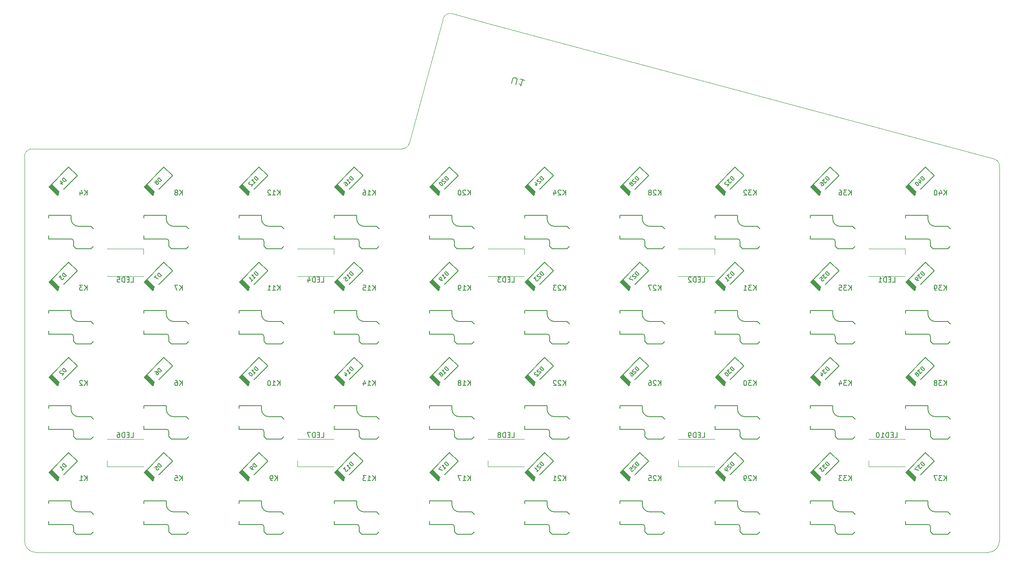
<source format=gbo>
G04 #@! TF.GenerationSoftware,KiCad,Pcbnew,6.0.7-f9a2dced07~116~ubuntu20.04.1*
G04 #@! TF.CreationDate,2022-09-22T21:47:26+08:00*
G04 #@! TF.ProjectId,V4,56342e6b-6963-4616-945f-706362585858,rev?*
G04 #@! TF.SameCoordinates,Original*
G04 #@! TF.FileFunction,Legend,Bot*
G04 #@! TF.FilePolarity,Positive*
%FSLAX46Y46*%
G04 Gerber Fmt 4.6, Leading zero omitted, Abs format (unit mm)*
G04 Created by KiCad (PCBNEW 6.0.7-f9a2dced07~116~ubuntu20.04.1) date 2022-09-22 21:47:26*
%MOMM*%
%LPD*%
G01*
G04 APERTURE LIST*
G04 Aperture macros list*
%AMRotRect*
0 Rectangle, with rotation*
0 The origin of the aperture is its center*
0 $1 length*
0 $2 width*
0 $3 Rotation angle, in degrees counterclockwise*
0 Add horizontal line*
21,1,$1,$2,0,0,$3*%
G04 Aperture macros list end*
G04 #@! TA.AperFunction,Profile*
%ADD10C,0.050000*%
G04 #@! TD*
%ADD11C,0.150000*%
%ADD12C,0.203200*%
%ADD13C,0.200000*%
%ADD14C,0.120000*%
%ADD15RotRect,1.600000X1.600000X45.000000*%
%ADD16C,1.600000*%
%ADD17C,1.701800*%
%ADD18C,3.000000*%
%ADD19C,3.987800*%
%ADD20C,2.286000*%
%ADD21R,2.600000X2.600000*%
%ADD22C,5.000000*%
%ADD23C,2.000000*%
%ADD24R,1.500000X1.000000*%
%ADD25C,1.524000*%
G04 APERTURE END LIST*
D10*
X59436000Y-154686000D02*
X59436000Y-78486000D01*
X59436000Y-154686000D02*
G75*
G03*
X61722000Y-156972000I2286000J0D01*
G01*
X134962250Y-76200000D02*
X131178300Y-76200000D01*
X134962250Y-76200047D02*
G75*
G03*
X136434319Y-75070441I-50J1524047D01*
G01*
X60960000Y-76200000D02*
G75*
G03*
X59436000Y-77724000I0J-1524000D01*
G01*
X61722000Y-76200000D02*
X131178300Y-76200000D01*
X61722000Y-76200000D02*
X60960000Y-76200000D01*
X252222000Y-156972000D02*
X61722000Y-156972000D01*
X254507993Y-79667100D02*
G75*
G03*
X253365350Y-78179844I-1523993J11700D01*
G01*
X252222000Y-156972000D02*
G75*
G03*
X254508000Y-154686000I0J2286000D01*
G01*
X59436000Y-77724000D02*
X59436000Y-78486000D01*
X145016441Y-49147744D02*
X151738470Y-50953142D01*
X145016443Y-49147735D02*
G75*
G03*
X143149931Y-50225373I-394443J-1472065D01*
G01*
X254507999Y-79667100D02*
X254508000Y-154686000D01*
X151738470Y-50953142D02*
X253365350Y-78179844D01*
X143149931Y-50225373D02*
X136434319Y-75070441D01*
D11*
X224861285Y-142613380D02*
X224861285Y-141613380D01*
X224289857Y-142613380D02*
X224718428Y-142041952D01*
X224289857Y-141613380D02*
X224861285Y-142184809D01*
X223956523Y-141613380D02*
X223337476Y-141613380D01*
X223670809Y-141994333D01*
X223527952Y-141994333D01*
X223432714Y-142041952D01*
X223385095Y-142089571D01*
X223337476Y-142184809D01*
X223337476Y-142422904D01*
X223385095Y-142518142D01*
X223432714Y-142565761D01*
X223527952Y-142613380D01*
X223813666Y-142613380D01*
X223908904Y-142565761D01*
X223956523Y-142518142D01*
X223004142Y-141613380D02*
X222385095Y-141613380D01*
X222718428Y-141994333D01*
X222575571Y-141994333D01*
X222480333Y-142041952D01*
X222432714Y-142089571D01*
X222385095Y-142184809D01*
X222385095Y-142422904D01*
X222432714Y-142518142D01*
X222480333Y-142565761D01*
X222575571Y-142613380D01*
X222861285Y-142613380D01*
X222956523Y-142565761D01*
X223004142Y-142518142D01*
X224861286Y-104513380D02*
X224861286Y-103513380D01*
X224289858Y-104513380D02*
X224718429Y-103941952D01*
X224289858Y-103513380D02*
X224861286Y-104084809D01*
X223956524Y-103513380D02*
X223337477Y-103513380D01*
X223670810Y-103894333D01*
X223527953Y-103894333D01*
X223432715Y-103941952D01*
X223385096Y-103989571D01*
X223337477Y-104084809D01*
X223337477Y-104322904D01*
X223385096Y-104418142D01*
X223432715Y-104465761D01*
X223527953Y-104513380D01*
X223813667Y-104513380D01*
X223908905Y-104465761D01*
X223956524Y-104418142D01*
X222432715Y-103513380D02*
X222908905Y-103513380D01*
X222956524Y-103989571D01*
X222908905Y-103941952D01*
X222813667Y-103894333D01*
X222575572Y-103894333D01*
X222480334Y-103941952D01*
X222432715Y-103989571D01*
X222385096Y-104084809D01*
X222385096Y-104322904D01*
X222432715Y-104418142D01*
X222480334Y-104465761D01*
X222575572Y-104513380D01*
X222813667Y-104513380D01*
X222908905Y-104465761D01*
X222956524Y-104418142D01*
X148661285Y-104513380D02*
X148661285Y-103513380D01*
X148089857Y-104513380D02*
X148518428Y-103941952D01*
X148089857Y-103513380D02*
X148661285Y-104084809D01*
X147137476Y-104513380D02*
X147708904Y-104513380D01*
X147423190Y-104513380D02*
X147423190Y-103513380D01*
X147518428Y-103656238D01*
X147613666Y-103751476D01*
X147708904Y-103799095D01*
X146661285Y-104513380D02*
X146470809Y-104513380D01*
X146375571Y-104465761D01*
X146327952Y-104418142D01*
X146232714Y-104275285D01*
X146185095Y-104084809D01*
X146185095Y-103703857D01*
X146232714Y-103608619D01*
X146280333Y-103561000D01*
X146375571Y-103513380D01*
X146566047Y-103513380D01*
X146661285Y-103561000D01*
X146708904Y-103608619D01*
X146756523Y-103703857D01*
X146756523Y-103941952D01*
X146708904Y-104037190D01*
X146661285Y-104084809D01*
X146566047Y-104132428D01*
X146375571Y-104132428D01*
X146280333Y-104084809D01*
X146232714Y-104037190D01*
X146185095Y-103941952D01*
X243911285Y-142613380D02*
X243911285Y-141613380D01*
X243339857Y-142613380D02*
X243768428Y-142041952D01*
X243339857Y-141613380D02*
X243911285Y-142184809D01*
X243006523Y-141613380D02*
X242387476Y-141613380D01*
X242720809Y-141994333D01*
X242577952Y-141994333D01*
X242482714Y-142041952D01*
X242435095Y-142089571D01*
X242387476Y-142184809D01*
X242387476Y-142422904D01*
X242435095Y-142518142D01*
X242482714Y-142565761D01*
X242577952Y-142613380D01*
X242863666Y-142613380D01*
X242958904Y-142565761D01*
X243006523Y-142518142D01*
X242054142Y-141613380D02*
X241387476Y-141613380D01*
X241816047Y-142613380D01*
X129611285Y-85463380D02*
X129611285Y-84463380D01*
X129039857Y-85463380D02*
X129468428Y-84891952D01*
X129039857Y-84463380D02*
X129611285Y-85034809D01*
X128087476Y-85463380D02*
X128658904Y-85463380D01*
X128373190Y-85463380D02*
X128373190Y-84463380D01*
X128468428Y-84606238D01*
X128563666Y-84701476D01*
X128658904Y-84749095D01*
X127230333Y-84463380D02*
X127420809Y-84463380D01*
X127516047Y-84511000D01*
X127563666Y-84558619D01*
X127658904Y-84701476D01*
X127706523Y-84891952D01*
X127706523Y-85272904D01*
X127658904Y-85368142D01*
X127611285Y-85415761D01*
X127516047Y-85463380D01*
X127325571Y-85463380D01*
X127230333Y-85415761D01*
X127182714Y-85368142D01*
X127135095Y-85272904D01*
X127135095Y-85034809D01*
X127182714Y-84939571D01*
X127230333Y-84891952D01*
X127325571Y-84844333D01*
X127516047Y-84844333D01*
X127611285Y-84891952D01*
X127658904Y-84939571D01*
X127706523Y-85034809D01*
X129611285Y-123563380D02*
X129611285Y-122563380D01*
X129039857Y-123563380D02*
X129468428Y-122991952D01*
X129039857Y-122563380D02*
X129611285Y-123134809D01*
X128087476Y-123563380D02*
X128658904Y-123563380D01*
X128373190Y-123563380D02*
X128373190Y-122563380D01*
X128468428Y-122706238D01*
X128563666Y-122801476D01*
X128658904Y-122849095D01*
X127230333Y-122896714D02*
X127230333Y-123563380D01*
X127468428Y-122515761D02*
X127706523Y-123230047D01*
X127087476Y-123230047D01*
X129611285Y-142613380D02*
X129611285Y-141613380D01*
X129039857Y-142613380D02*
X129468428Y-142041952D01*
X129039857Y-141613380D02*
X129611285Y-142184809D01*
X128087476Y-142613380D02*
X128658904Y-142613380D01*
X128373190Y-142613380D02*
X128373190Y-141613380D01*
X128468428Y-141756238D01*
X128563666Y-141851476D01*
X128658904Y-141899095D01*
X127754142Y-141613380D02*
X127135095Y-141613380D01*
X127468428Y-141994333D01*
X127325571Y-141994333D01*
X127230333Y-142041952D01*
X127182714Y-142089571D01*
X127135095Y-142184809D01*
X127135095Y-142422904D01*
X127182714Y-142518142D01*
X127230333Y-142565761D01*
X127325571Y-142613380D01*
X127611285Y-142613380D01*
X127706523Y-142565761D01*
X127754142Y-142518142D01*
X186761285Y-85463380D02*
X186761285Y-84463380D01*
X186189857Y-85463380D02*
X186618428Y-84891952D01*
X186189857Y-84463380D02*
X186761285Y-85034809D01*
X185808904Y-84558619D02*
X185761285Y-84511000D01*
X185666047Y-84463380D01*
X185427952Y-84463380D01*
X185332714Y-84511000D01*
X185285095Y-84558619D01*
X185237476Y-84653857D01*
X185237476Y-84749095D01*
X185285095Y-84891952D01*
X185856523Y-85463380D01*
X185237476Y-85463380D01*
X184666047Y-84891952D02*
X184761285Y-84844333D01*
X184808904Y-84796714D01*
X184856523Y-84701476D01*
X184856523Y-84653857D01*
X184808904Y-84558619D01*
X184761285Y-84511000D01*
X184666047Y-84463380D01*
X184475571Y-84463380D01*
X184380333Y-84511000D01*
X184332714Y-84558619D01*
X184285095Y-84653857D01*
X184285095Y-84701476D01*
X184332714Y-84796714D01*
X184380333Y-84844333D01*
X184475571Y-84891952D01*
X184666047Y-84891952D01*
X184761285Y-84939571D01*
X184808904Y-84987190D01*
X184856523Y-85082428D01*
X184856523Y-85272904D01*
X184808904Y-85368142D01*
X184761285Y-85415761D01*
X184666047Y-85463380D01*
X184475571Y-85463380D01*
X184380333Y-85415761D01*
X184332714Y-85368142D01*
X184285095Y-85272904D01*
X184285095Y-85082428D01*
X184332714Y-84987190D01*
X184380333Y-84939571D01*
X184475571Y-84891952D01*
X186761285Y-104513380D02*
X186761285Y-103513380D01*
X186189857Y-104513380D02*
X186618428Y-103941952D01*
X186189857Y-103513380D02*
X186761285Y-104084809D01*
X185808904Y-103608619D02*
X185761285Y-103561000D01*
X185666047Y-103513380D01*
X185427952Y-103513380D01*
X185332714Y-103561000D01*
X185285095Y-103608619D01*
X185237476Y-103703857D01*
X185237476Y-103799095D01*
X185285095Y-103941952D01*
X185856523Y-104513380D01*
X185237476Y-104513380D01*
X184904142Y-103513380D02*
X184237476Y-103513380D01*
X184666047Y-104513380D01*
X205811285Y-85463380D02*
X205811285Y-84463380D01*
X205239857Y-85463380D02*
X205668428Y-84891952D01*
X205239857Y-84463380D02*
X205811285Y-85034809D01*
X204906523Y-84463380D02*
X204287476Y-84463380D01*
X204620809Y-84844333D01*
X204477952Y-84844333D01*
X204382714Y-84891952D01*
X204335095Y-84939571D01*
X204287476Y-85034809D01*
X204287476Y-85272904D01*
X204335095Y-85368142D01*
X204382714Y-85415761D01*
X204477952Y-85463380D01*
X204763666Y-85463380D01*
X204858904Y-85415761D01*
X204906523Y-85368142D01*
X203906523Y-84558619D02*
X203858904Y-84511000D01*
X203763666Y-84463380D01*
X203525571Y-84463380D01*
X203430333Y-84511000D01*
X203382714Y-84558619D01*
X203335095Y-84653857D01*
X203335095Y-84749095D01*
X203382714Y-84891952D01*
X203954142Y-85463380D01*
X203335095Y-85463380D01*
X148661285Y-123563380D02*
X148661285Y-122563380D01*
X148089857Y-123563380D02*
X148518428Y-122991952D01*
X148089857Y-122563380D02*
X148661285Y-123134809D01*
X147137476Y-123563380D02*
X147708904Y-123563380D01*
X147423190Y-123563380D02*
X147423190Y-122563380D01*
X147518428Y-122706238D01*
X147613666Y-122801476D01*
X147708904Y-122849095D01*
X146566047Y-122991952D02*
X146661285Y-122944333D01*
X146708904Y-122896714D01*
X146756523Y-122801476D01*
X146756523Y-122753857D01*
X146708904Y-122658619D01*
X146661285Y-122611000D01*
X146566047Y-122563380D01*
X146375571Y-122563380D01*
X146280333Y-122611000D01*
X146232714Y-122658619D01*
X146185095Y-122753857D01*
X146185095Y-122801476D01*
X146232714Y-122896714D01*
X146280333Y-122944333D01*
X146375571Y-122991952D01*
X146566047Y-122991952D01*
X146661285Y-123039571D01*
X146708904Y-123087190D01*
X146756523Y-123182428D01*
X146756523Y-123372904D01*
X146708904Y-123468142D01*
X146661285Y-123515761D01*
X146566047Y-123563380D01*
X146375571Y-123563380D01*
X146280333Y-123515761D01*
X146232714Y-123468142D01*
X146185095Y-123372904D01*
X146185095Y-123182428D01*
X146232714Y-123087190D01*
X146280333Y-123039571D01*
X146375571Y-122991952D01*
X110561286Y-104513380D02*
X110561286Y-103513380D01*
X109989858Y-104513380D02*
X110418429Y-103941952D01*
X109989858Y-103513380D02*
X110561286Y-104084809D01*
X109037477Y-104513380D02*
X109608905Y-104513380D01*
X109323191Y-104513380D02*
X109323191Y-103513380D01*
X109418429Y-103656238D01*
X109513667Y-103751476D01*
X109608905Y-103799095D01*
X108085096Y-104513380D02*
X108656524Y-104513380D01*
X108370810Y-104513380D02*
X108370810Y-103513380D01*
X108466048Y-103656238D01*
X108561286Y-103751476D01*
X108656524Y-103799095D01*
X243911285Y-123563380D02*
X243911285Y-122563380D01*
X243339857Y-123563380D02*
X243768428Y-122991952D01*
X243339857Y-122563380D02*
X243911285Y-123134809D01*
X243006523Y-122563380D02*
X242387476Y-122563380D01*
X242720809Y-122944333D01*
X242577952Y-122944333D01*
X242482714Y-122991952D01*
X242435095Y-123039571D01*
X242387476Y-123134809D01*
X242387476Y-123372904D01*
X242435095Y-123468142D01*
X242482714Y-123515761D01*
X242577952Y-123563380D01*
X242863666Y-123563380D01*
X242958904Y-123515761D01*
X243006523Y-123468142D01*
X241816047Y-122991952D02*
X241911285Y-122944333D01*
X241958904Y-122896714D01*
X242006523Y-122801476D01*
X242006523Y-122753857D01*
X241958904Y-122658619D01*
X241911285Y-122611000D01*
X241816047Y-122563380D01*
X241625571Y-122563380D01*
X241530333Y-122611000D01*
X241482714Y-122658619D01*
X241435095Y-122753857D01*
X241435095Y-122801476D01*
X241482714Y-122896714D01*
X241530333Y-122944333D01*
X241625571Y-122991952D01*
X241816047Y-122991952D01*
X241911285Y-123039571D01*
X241958904Y-123087190D01*
X242006523Y-123182428D01*
X242006523Y-123372904D01*
X241958904Y-123468142D01*
X241911285Y-123515761D01*
X241816047Y-123563380D01*
X241625571Y-123563380D01*
X241530333Y-123515761D01*
X241482714Y-123468142D01*
X241435095Y-123372904D01*
X241435095Y-123182428D01*
X241482714Y-123087190D01*
X241530333Y-123039571D01*
X241625571Y-122991952D01*
X91035095Y-123563381D02*
X91035095Y-122563381D01*
X90463666Y-123563381D02*
X90892238Y-122991953D01*
X90463666Y-122563381D02*
X91035095Y-123134810D01*
X89606523Y-122563381D02*
X89797000Y-122563381D01*
X89892238Y-122611001D01*
X89939857Y-122658620D01*
X90035095Y-122801477D01*
X90082714Y-122991953D01*
X90082714Y-123372905D01*
X90035095Y-123468143D01*
X89987476Y-123515762D01*
X89892238Y-123563381D01*
X89701761Y-123563381D01*
X89606523Y-123515762D01*
X89558904Y-123468143D01*
X89511285Y-123372905D01*
X89511285Y-123134810D01*
X89558904Y-123039572D01*
X89606523Y-122991953D01*
X89701761Y-122944334D01*
X89892238Y-122944334D01*
X89987476Y-122991953D01*
X90035095Y-123039572D01*
X90082714Y-123134810D01*
X110085095Y-142613380D02*
X110085095Y-141613380D01*
X109513666Y-142613380D02*
X109942238Y-142041952D01*
X109513666Y-141613380D02*
X110085095Y-142184809D01*
X109037476Y-142613380D02*
X108847000Y-142613380D01*
X108751761Y-142565761D01*
X108704142Y-142518142D01*
X108608904Y-142375285D01*
X108561285Y-142184809D01*
X108561285Y-141803857D01*
X108608904Y-141708619D01*
X108656523Y-141661000D01*
X108751761Y-141613380D01*
X108942238Y-141613380D01*
X109037476Y-141661000D01*
X109085095Y-141708619D01*
X109132714Y-141803857D01*
X109132714Y-142041952D01*
X109085095Y-142137190D01*
X109037476Y-142184809D01*
X108942238Y-142232428D01*
X108751761Y-142232428D01*
X108656523Y-142184809D01*
X108608904Y-142137190D01*
X108561285Y-142041952D01*
X110561285Y-85463380D02*
X110561285Y-84463380D01*
X109989857Y-85463380D02*
X110418428Y-84891952D01*
X109989857Y-84463380D02*
X110561285Y-85034809D01*
X109037476Y-85463380D02*
X109608904Y-85463380D01*
X109323190Y-85463380D02*
X109323190Y-84463380D01*
X109418428Y-84606238D01*
X109513666Y-84701476D01*
X109608904Y-84749095D01*
X108656523Y-84558619D02*
X108608904Y-84511000D01*
X108513666Y-84463380D01*
X108275571Y-84463380D01*
X108180333Y-84511000D01*
X108132714Y-84558619D01*
X108085095Y-84653857D01*
X108085095Y-84749095D01*
X108132714Y-84891952D01*
X108704142Y-85463380D01*
X108085095Y-85463380D01*
X91035095Y-142613380D02*
X91035095Y-141613380D01*
X90463666Y-142613380D02*
X90892238Y-142041952D01*
X90463666Y-141613380D02*
X91035095Y-142184809D01*
X89558904Y-141613380D02*
X90035095Y-141613380D01*
X90082714Y-142089571D01*
X90035095Y-142041952D01*
X89939857Y-141994333D01*
X89701761Y-141994333D01*
X89606523Y-142041952D01*
X89558904Y-142089571D01*
X89511285Y-142184809D01*
X89511285Y-142422904D01*
X89558904Y-142518142D01*
X89606523Y-142565761D01*
X89701761Y-142613380D01*
X89939857Y-142613380D01*
X90035095Y-142565761D01*
X90082714Y-142518142D01*
X243911285Y-85463380D02*
X243911285Y-84463380D01*
X243339857Y-85463380D02*
X243768428Y-84891952D01*
X243339857Y-84463380D02*
X243911285Y-85034809D01*
X242482714Y-84796714D02*
X242482714Y-85463380D01*
X242720809Y-84415761D02*
X242958904Y-85130047D01*
X242339857Y-85130047D01*
X241768428Y-84463380D02*
X241673190Y-84463380D01*
X241577952Y-84511000D01*
X241530333Y-84558619D01*
X241482714Y-84653857D01*
X241435095Y-84844333D01*
X241435095Y-85082428D01*
X241482714Y-85272904D01*
X241530333Y-85368142D01*
X241577952Y-85415761D01*
X241673190Y-85463380D01*
X241768428Y-85463380D01*
X241863666Y-85415761D01*
X241911285Y-85368142D01*
X241958904Y-85272904D01*
X242006523Y-85082428D01*
X242006523Y-84844333D01*
X241958904Y-84653857D01*
X241911285Y-84558619D01*
X241863666Y-84511000D01*
X241768428Y-84463380D01*
X167711285Y-123563380D02*
X167711285Y-122563380D01*
X167139857Y-123563380D02*
X167568428Y-122991952D01*
X167139857Y-122563380D02*
X167711285Y-123134809D01*
X166758904Y-122658619D02*
X166711285Y-122611000D01*
X166616047Y-122563380D01*
X166377952Y-122563380D01*
X166282714Y-122611000D01*
X166235095Y-122658619D01*
X166187476Y-122753857D01*
X166187476Y-122849095D01*
X166235095Y-122991952D01*
X166806523Y-123563380D01*
X166187476Y-123563380D01*
X165806523Y-122658619D02*
X165758904Y-122611000D01*
X165663666Y-122563380D01*
X165425571Y-122563380D01*
X165330333Y-122611000D01*
X165282714Y-122658619D01*
X165235095Y-122753857D01*
X165235095Y-122849095D01*
X165282714Y-122991952D01*
X165854142Y-123563380D01*
X165235095Y-123563380D01*
X148661285Y-85463380D02*
X148661285Y-84463380D01*
X148089857Y-85463380D02*
X148518428Y-84891952D01*
X148089857Y-84463380D02*
X148661285Y-85034809D01*
X147708904Y-84558619D02*
X147661285Y-84511000D01*
X147566047Y-84463380D01*
X147327952Y-84463380D01*
X147232714Y-84511000D01*
X147185095Y-84558619D01*
X147137476Y-84653857D01*
X147137476Y-84749095D01*
X147185095Y-84891952D01*
X147756523Y-85463380D01*
X147137476Y-85463380D01*
X146518428Y-84463380D02*
X146423190Y-84463380D01*
X146327952Y-84511000D01*
X146280333Y-84558619D01*
X146232714Y-84653857D01*
X146185095Y-84844333D01*
X146185095Y-85082428D01*
X146232714Y-85272904D01*
X146280333Y-85368142D01*
X146327952Y-85415761D01*
X146423190Y-85463380D01*
X146518428Y-85463380D01*
X146613666Y-85415761D01*
X146661285Y-85368142D01*
X146708904Y-85272904D01*
X146756523Y-85082428D01*
X146756523Y-84844333D01*
X146708904Y-84653857D01*
X146661285Y-84558619D01*
X146613666Y-84511000D01*
X146518428Y-84463380D01*
X148661285Y-142613380D02*
X148661285Y-141613380D01*
X148089857Y-142613380D02*
X148518428Y-142041952D01*
X148089857Y-141613380D02*
X148661285Y-142184809D01*
X147137476Y-142613380D02*
X147708904Y-142613380D01*
X147423190Y-142613380D02*
X147423190Y-141613380D01*
X147518428Y-141756238D01*
X147613666Y-141851476D01*
X147708904Y-141899095D01*
X146804142Y-141613380D02*
X146137476Y-141613380D01*
X146566047Y-142613380D01*
X91035094Y-104513380D02*
X91035094Y-103513380D01*
X90463665Y-104513380D02*
X90892237Y-103941952D01*
X90463665Y-103513380D02*
X91035094Y-104084809D01*
X90130332Y-103513380D02*
X89463665Y-103513380D01*
X89892237Y-104513380D01*
X167711285Y-142613380D02*
X167711285Y-141613380D01*
X167139857Y-142613380D02*
X167568428Y-142041952D01*
X167139857Y-141613380D02*
X167711285Y-142184809D01*
X166758904Y-141708619D02*
X166711285Y-141661000D01*
X166616047Y-141613380D01*
X166377952Y-141613380D01*
X166282714Y-141661000D01*
X166235095Y-141708619D01*
X166187476Y-141803857D01*
X166187476Y-141899095D01*
X166235095Y-142041952D01*
X166806523Y-142613380D01*
X166187476Y-142613380D01*
X165235095Y-142613380D02*
X165806523Y-142613380D01*
X165520809Y-142613380D02*
X165520809Y-141613380D01*
X165616047Y-141756238D01*
X165711285Y-141851476D01*
X165806523Y-141899095D01*
X186761285Y-142613380D02*
X186761285Y-141613380D01*
X186189857Y-142613380D02*
X186618428Y-142041952D01*
X186189857Y-141613380D02*
X186761285Y-142184809D01*
X185808904Y-141708619D02*
X185761285Y-141661000D01*
X185666047Y-141613380D01*
X185427952Y-141613380D01*
X185332714Y-141661000D01*
X185285095Y-141708619D01*
X185237476Y-141803857D01*
X185237476Y-141899095D01*
X185285095Y-142041952D01*
X185856523Y-142613380D01*
X185237476Y-142613380D01*
X184332714Y-141613380D02*
X184808904Y-141613380D01*
X184856523Y-142089571D01*
X184808904Y-142041952D01*
X184713666Y-141994333D01*
X184475571Y-141994333D01*
X184380333Y-142041952D01*
X184332714Y-142089571D01*
X184285095Y-142184809D01*
X184285095Y-142422904D01*
X184332714Y-142518142D01*
X184380333Y-142565761D01*
X184475571Y-142613380D01*
X184713666Y-142613380D01*
X184808904Y-142565761D01*
X184856523Y-142518142D01*
X129611285Y-104513380D02*
X129611285Y-103513380D01*
X129039857Y-104513380D02*
X129468428Y-103941952D01*
X129039857Y-103513380D02*
X129611285Y-104084809D01*
X128087476Y-104513380D02*
X128658904Y-104513380D01*
X128373190Y-104513380D02*
X128373190Y-103513380D01*
X128468428Y-103656238D01*
X128563666Y-103751476D01*
X128658904Y-103799095D01*
X127182714Y-103513380D02*
X127658904Y-103513380D01*
X127706523Y-103989571D01*
X127658904Y-103941952D01*
X127563666Y-103894333D01*
X127325571Y-103894333D01*
X127230333Y-103941952D01*
X127182714Y-103989571D01*
X127135095Y-104084809D01*
X127135095Y-104322904D01*
X127182714Y-104418142D01*
X127230333Y-104465761D01*
X127325571Y-104513380D01*
X127563666Y-104513380D01*
X127658904Y-104465761D01*
X127706523Y-104418142D01*
X91035095Y-85463380D02*
X91035095Y-84463380D01*
X90463666Y-85463380D02*
X90892238Y-84891952D01*
X90463666Y-84463380D02*
X91035095Y-85034809D01*
X89892238Y-84891952D02*
X89987476Y-84844333D01*
X90035095Y-84796714D01*
X90082714Y-84701476D01*
X90082714Y-84653857D01*
X90035095Y-84558619D01*
X89987476Y-84511000D01*
X89892238Y-84463380D01*
X89701761Y-84463380D01*
X89606523Y-84511000D01*
X89558904Y-84558619D01*
X89511285Y-84653857D01*
X89511285Y-84701476D01*
X89558904Y-84796714D01*
X89606523Y-84844333D01*
X89701761Y-84891952D01*
X89892238Y-84891952D01*
X89987476Y-84939571D01*
X90035095Y-84987190D01*
X90082714Y-85082428D01*
X90082714Y-85272904D01*
X90035095Y-85368142D01*
X89987476Y-85415761D01*
X89892238Y-85463380D01*
X89701761Y-85463380D01*
X89606523Y-85415761D01*
X89558904Y-85368142D01*
X89511285Y-85272904D01*
X89511285Y-85082428D01*
X89558904Y-84987190D01*
X89606523Y-84939571D01*
X89701761Y-84891952D01*
X205811285Y-142613380D02*
X205811285Y-141613380D01*
X205239857Y-142613380D02*
X205668428Y-142041952D01*
X205239857Y-141613380D02*
X205811285Y-142184809D01*
X204858904Y-141708619D02*
X204811285Y-141661000D01*
X204716047Y-141613380D01*
X204477952Y-141613380D01*
X204382714Y-141661000D01*
X204335095Y-141708619D01*
X204287476Y-141803857D01*
X204287476Y-141899095D01*
X204335095Y-142041952D01*
X204906523Y-142613380D01*
X204287476Y-142613380D01*
X203811285Y-142613380D02*
X203620809Y-142613380D01*
X203525571Y-142565761D01*
X203477952Y-142518142D01*
X203382714Y-142375285D01*
X203335095Y-142184809D01*
X203335095Y-141803857D01*
X203382714Y-141708619D01*
X203430333Y-141661000D01*
X203525571Y-141613380D01*
X203716047Y-141613380D01*
X203811285Y-141661000D01*
X203858904Y-141708619D01*
X203906523Y-141803857D01*
X203906523Y-142041952D01*
X203858904Y-142137190D01*
X203811285Y-142184809D01*
X203716047Y-142232428D01*
X203525571Y-142232428D01*
X203430333Y-142184809D01*
X203382714Y-142137190D01*
X203335095Y-142041952D01*
X243911285Y-104513380D02*
X243911285Y-103513380D01*
X243339857Y-104513380D02*
X243768428Y-103941952D01*
X243339857Y-103513380D02*
X243911285Y-104084809D01*
X243006523Y-103513380D02*
X242387476Y-103513380D01*
X242720809Y-103894333D01*
X242577952Y-103894333D01*
X242482714Y-103941952D01*
X242435095Y-103989571D01*
X242387476Y-104084809D01*
X242387476Y-104322904D01*
X242435095Y-104418142D01*
X242482714Y-104465761D01*
X242577952Y-104513380D01*
X242863666Y-104513380D01*
X242958904Y-104465761D01*
X243006523Y-104418142D01*
X241911285Y-104513380D02*
X241720809Y-104513380D01*
X241625571Y-104465761D01*
X241577952Y-104418142D01*
X241482714Y-104275285D01*
X241435095Y-104084809D01*
X241435095Y-103703857D01*
X241482714Y-103608619D01*
X241530333Y-103561000D01*
X241625571Y-103513380D01*
X241816047Y-103513380D01*
X241911285Y-103561000D01*
X241958904Y-103608619D01*
X242006523Y-103703857D01*
X242006523Y-103941952D01*
X241958904Y-104037190D01*
X241911285Y-104084809D01*
X241816047Y-104132428D01*
X241625571Y-104132428D01*
X241530333Y-104084809D01*
X241482714Y-104037190D01*
X241435095Y-103941952D01*
X167711285Y-104513380D02*
X167711285Y-103513380D01*
X167139857Y-104513380D02*
X167568428Y-103941952D01*
X167139857Y-103513380D02*
X167711285Y-104084809D01*
X166758904Y-103608619D02*
X166711285Y-103561000D01*
X166616047Y-103513380D01*
X166377952Y-103513380D01*
X166282714Y-103561000D01*
X166235095Y-103608619D01*
X166187476Y-103703857D01*
X166187476Y-103799095D01*
X166235095Y-103941952D01*
X166806523Y-104513380D01*
X166187476Y-104513380D01*
X165854142Y-103513380D02*
X165235095Y-103513380D01*
X165568428Y-103894333D01*
X165425571Y-103894333D01*
X165330333Y-103941952D01*
X165282714Y-103989571D01*
X165235095Y-104084809D01*
X165235095Y-104322904D01*
X165282714Y-104418142D01*
X165330333Y-104465761D01*
X165425571Y-104513380D01*
X165711285Y-104513380D01*
X165806523Y-104465761D01*
X165854142Y-104418142D01*
X167711285Y-85463380D02*
X167711285Y-84463380D01*
X167139857Y-85463380D02*
X167568428Y-84891952D01*
X167139857Y-84463380D02*
X167711285Y-85034809D01*
X166758904Y-84558619D02*
X166711285Y-84511000D01*
X166616047Y-84463380D01*
X166377952Y-84463380D01*
X166282714Y-84511000D01*
X166235095Y-84558619D01*
X166187476Y-84653857D01*
X166187476Y-84749095D01*
X166235095Y-84891952D01*
X166806523Y-85463380D01*
X166187476Y-85463380D01*
X165330333Y-84796714D02*
X165330333Y-85463380D01*
X165568428Y-84415761D02*
X165806523Y-85130047D01*
X165187476Y-85130047D01*
X205811285Y-123563381D02*
X205811285Y-122563381D01*
X205239857Y-123563381D02*
X205668428Y-122991953D01*
X205239857Y-122563381D02*
X205811285Y-123134810D01*
X204906523Y-122563381D02*
X204287476Y-122563381D01*
X204620809Y-122944334D01*
X204477952Y-122944334D01*
X204382714Y-122991953D01*
X204335095Y-123039572D01*
X204287476Y-123134810D01*
X204287476Y-123372905D01*
X204335095Y-123468143D01*
X204382714Y-123515762D01*
X204477952Y-123563381D01*
X204763666Y-123563381D01*
X204858904Y-123515762D01*
X204906523Y-123468143D01*
X203668428Y-122563381D02*
X203573190Y-122563381D01*
X203477952Y-122611001D01*
X203430333Y-122658620D01*
X203382714Y-122753858D01*
X203335095Y-122944334D01*
X203335095Y-123182429D01*
X203382714Y-123372905D01*
X203430333Y-123468143D01*
X203477952Y-123515762D01*
X203573190Y-123563381D01*
X203668428Y-123563381D01*
X203763666Y-123515762D01*
X203811285Y-123468143D01*
X203858904Y-123372905D01*
X203906523Y-123182429D01*
X203906523Y-122944334D01*
X203858904Y-122753858D01*
X203811285Y-122658620D01*
X203763666Y-122611001D01*
X203668428Y-122563381D01*
X110561285Y-123563381D02*
X110561285Y-122563381D01*
X109989857Y-123563381D02*
X110418428Y-122991953D01*
X109989857Y-122563381D02*
X110561285Y-123134810D01*
X109037476Y-123563381D02*
X109608904Y-123563381D01*
X109323190Y-123563381D02*
X109323190Y-122563381D01*
X109418428Y-122706239D01*
X109513666Y-122801477D01*
X109608904Y-122849096D01*
X108418428Y-122563381D02*
X108323190Y-122563381D01*
X108227952Y-122611001D01*
X108180333Y-122658620D01*
X108132714Y-122753858D01*
X108085095Y-122944334D01*
X108085095Y-123182429D01*
X108132714Y-123372905D01*
X108180333Y-123468143D01*
X108227952Y-123515762D01*
X108323190Y-123563381D01*
X108418428Y-123563381D01*
X108513666Y-123515762D01*
X108561285Y-123468143D01*
X108608904Y-123372905D01*
X108656523Y-123182429D01*
X108656523Y-122944334D01*
X108608904Y-122753858D01*
X108561285Y-122658620D01*
X108513666Y-122611001D01*
X108418428Y-122563381D01*
X224861285Y-123563381D02*
X224861285Y-122563381D01*
X224289857Y-123563381D02*
X224718428Y-122991953D01*
X224289857Y-122563381D02*
X224861285Y-123134810D01*
X223956523Y-122563381D02*
X223337476Y-122563381D01*
X223670809Y-122944334D01*
X223527952Y-122944334D01*
X223432714Y-122991953D01*
X223385095Y-123039572D01*
X223337476Y-123134810D01*
X223337476Y-123372905D01*
X223385095Y-123468143D01*
X223432714Y-123515762D01*
X223527952Y-123563381D01*
X223813666Y-123563381D01*
X223908904Y-123515762D01*
X223956523Y-123468143D01*
X222480333Y-122896715D02*
X222480333Y-123563381D01*
X222718428Y-122515762D02*
X222956523Y-123230048D01*
X222337476Y-123230048D01*
X71985095Y-142613380D02*
X71985095Y-141613380D01*
X71413666Y-142613380D02*
X71842238Y-142041952D01*
X71413666Y-141613380D02*
X71985095Y-142184809D01*
X70461285Y-142613380D02*
X71032714Y-142613380D01*
X70747000Y-142613380D02*
X70747000Y-141613380D01*
X70842238Y-141756238D01*
X70937476Y-141851476D01*
X71032714Y-141899095D01*
X224861285Y-85463380D02*
X224861285Y-84463380D01*
X224289857Y-85463380D02*
X224718428Y-84891952D01*
X224289857Y-84463380D02*
X224861285Y-85034809D01*
X223956523Y-84463380D02*
X223337476Y-84463380D01*
X223670809Y-84844333D01*
X223527952Y-84844333D01*
X223432714Y-84891952D01*
X223385095Y-84939571D01*
X223337476Y-85034809D01*
X223337476Y-85272904D01*
X223385095Y-85368142D01*
X223432714Y-85415761D01*
X223527952Y-85463380D01*
X223813666Y-85463380D01*
X223908904Y-85415761D01*
X223956523Y-85368142D01*
X222480333Y-84463380D02*
X222670809Y-84463380D01*
X222766047Y-84511000D01*
X222813666Y-84558619D01*
X222908904Y-84701476D01*
X222956523Y-84891952D01*
X222956523Y-85272904D01*
X222908904Y-85368142D01*
X222861285Y-85415761D01*
X222766047Y-85463380D01*
X222575571Y-85463380D01*
X222480333Y-85415761D01*
X222432714Y-85368142D01*
X222385095Y-85272904D01*
X222385095Y-85034809D01*
X222432714Y-84939571D01*
X222480333Y-84891952D01*
X222575571Y-84844333D01*
X222766047Y-84844333D01*
X222861285Y-84891952D01*
X222908904Y-84939571D01*
X222956523Y-85034809D01*
X71985095Y-85463380D02*
X71985095Y-84463380D01*
X71413666Y-85463380D02*
X71842238Y-84891952D01*
X71413666Y-84463380D02*
X71985095Y-85034809D01*
X70556523Y-84796714D02*
X70556523Y-85463380D01*
X70794619Y-84415761D02*
X71032714Y-85130047D01*
X70413666Y-85130047D01*
X205811284Y-104513380D02*
X205811284Y-103513380D01*
X205239856Y-104513380D02*
X205668427Y-103941952D01*
X205239856Y-103513380D02*
X205811284Y-104084809D01*
X204906522Y-103513380D02*
X204287475Y-103513380D01*
X204620808Y-103894333D01*
X204477951Y-103894333D01*
X204382713Y-103941952D01*
X204335094Y-103989571D01*
X204287475Y-104084809D01*
X204287475Y-104322904D01*
X204335094Y-104418142D01*
X204382713Y-104465761D01*
X204477951Y-104513380D01*
X204763665Y-104513380D01*
X204858903Y-104465761D01*
X204906522Y-104418142D01*
X203335094Y-104513380D02*
X203906522Y-104513380D01*
X203620808Y-104513380D02*
X203620808Y-103513380D01*
X203716046Y-103656238D01*
X203811284Y-103751476D01*
X203906522Y-103799095D01*
X186761285Y-123563380D02*
X186761285Y-122563380D01*
X186189857Y-123563380D02*
X186618428Y-122991952D01*
X186189857Y-122563380D02*
X186761285Y-123134809D01*
X185808904Y-122658619D02*
X185761285Y-122611000D01*
X185666047Y-122563380D01*
X185427952Y-122563380D01*
X185332714Y-122611000D01*
X185285095Y-122658619D01*
X185237476Y-122753857D01*
X185237476Y-122849095D01*
X185285095Y-122991952D01*
X185856523Y-123563380D01*
X185237476Y-123563380D01*
X184380333Y-122563380D02*
X184570809Y-122563380D01*
X184666047Y-122611000D01*
X184713666Y-122658619D01*
X184808904Y-122801476D01*
X184856523Y-122991952D01*
X184856523Y-123372904D01*
X184808904Y-123468142D01*
X184761285Y-123515761D01*
X184666047Y-123563380D01*
X184475571Y-123563380D01*
X184380333Y-123515761D01*
X184332714Y-123468142D01*
X184285095Y-123372904D01*
X184285095Y-123134809D01*
X184332714Y-123039571D01*
X184380333Y-122991952D01*
X184475571Y-122944333D01*
X184666047Y-122944333D01*
X184761285Y-122991952D01*
X184808904Y-123039571D01*
X184856523Y-123134809D01*
X71985095Y-123563380D02*
X71985095Y-122563380D01*
X71413666Y-123563380D02*
X71842238Y-122991952D01*
X71413666Y-122563380D02*
X71985095Y-123134809D01*
X71032714Y-122658619D02*
X70985095Y-122611000D01*
X70889857Y-122563380D01*
X70651761Y-122563380D01*
X70556523Y-122611000D01*
X70508904Y-122658619D01*
X70461285Y-122753857D01*
X70461285Y-122849095D01*
X70508904Y-122991952D01*
X71080333Y-123563380D01*
X70461285Y-123563380D01*
X71985095Y-104513380D02*
X71985095Y-103513380D01*
X71413666Y-104513380D02*
X71842238Y-103941952D01*
X71413666Y-103513380D02*
X71985095Y-104084809D01*
X71080333Y-103513380D02*
X70461285Y-103513380D01*
X70794619Y-103894333D01*
X70651761Y-103894333D01*
X70556523Y-103941952D01*
X70508904Y-103989571D01*
X70461285Y-104084809D01*
X70461285Y-104322904D01*
X70508904Y-104418142D01*
X70556523Y-104465761D01*
X70651761Y-104513380D01*
X70937476Y-104513380D01*
X71032714Y-104465761D01*
X71080333Y-104418142D01*
X163349809Y-101310001D02*
X162784123Y-100744316D01*
X162649436Y-100879003D01*
X162595561Y-100986752D01*
X162595561Y-101094502D01*
X162622499Y-101175314D01*
X162703311Y-101310001D01*
X162784123Y-101390813D01*
X162918810Y-101471625D01*
X162999622Y-101498563D01*
X163107372Y-101498563D01*
X163215122Y-101444688D01*
X163349809Y-101310001D01*
X162299250Y-101336938D02*
X162245375Y-101336938D01*
X162164563Y-101363876D01*
X162029876Y-101498563D01*
X162002938Y-101579375D01*
X162002938Y-101633250D01*
X162029876Y-101714062D01*
X162083751Y-101767937D01*
X162191500Y-101821812D01*
X162837998Y-101821812D01*
X162487812Y-102171998D01*
X161733564Y-101794874D02*
X161383378Y-102145061D01*
X161787439Y-102171998D01*
X161706627Y-102252810D01*
X161679690Y-102333622D01*
X161679690Y-102387497D01*
X161706627Y-102468309D01*
X161841314Y-102602996D01*
X161922126Y-102629934D01*
X161976001Y-102629934D01*
X162056813Y-102602996D01*
X162218438Y-102441372D01*
X162245375Y-102360560D01*
X162245375Y-102306685D01*
X118806047Y-102883380D02*
X119282238Y-102883380D01*
X119282238Y-101883380D01*
X118472714Y-102359571D02*
X118139380Y-102359571D01*
X117996523Y-102883380D02*
X118472714Y-102883380D01*
X118472714Y-101883380D01*
X117996523Y-101883380D01*
X117567952Y-102883380D02*
X117567952Y-101883380D01*
X117329857Y-101883380D01*
X117187000Y-101931000D01*
X117091761Y-102026238D01*
X117044142Y-102121476D01*
X116996523Y-102311952D01*
X116996523Y-102454809D01*
X117044142Y-102645285D01*
X117091761Y-102740523D01*
X117187000Y-102835761D01*
X117329857Y-102883380D01*
X117567952Y-102883380D01*
X116139380Y-102216714D02*
X116139380Y-102883380D01*
X116377476Y-101835761D02*
X116615571Y-102550047D01*
X115996523Y-102550047D01*
X118806047Y-133973380D02*
X119282238Y-133973380D01*
X119282238Y-132973380D01*
X118472714Y-133449571D02*
X118139380Y-133449571D01*
X117996523Y-133973380D02*
X118472714Y-133973380D01*
X118472714Y-132973380D01*
X117996523Y-132973380D01*
X117567952Y-133973380D02*
X117567952Y-132973380D01*
X117329857Y-132973380D01*
X117187000Y-133021000D01*
X117091761Y-133116238D01*
X117044142Y-133211476D01*
X116996523Y-133401952D01*
X116996523Y-133544809D01*
X117044142Y-133735285D01*
X117091761Y-133830523D01*
X117187000Y-133925761D01*
X117329857Y-133973380D01*
X117567952Y-133973380D01*
X116663190Y-132973380D02*
X115996523Y-132973380D01*
X116425095Y-133973380D01*
X239549809Y-82260000D02*
X238984123Y-81694315D01*
X238849436Y-81829002D01*
X238795561Y-81936751D01*
X238795561Y-82044501D01*
X238822499Y-82125313D01*
X238903311Y-82260000D01*
X238984123Y-82340812D01*
X239118810Y-82421624D01*
X239199622Y-82448562D01*
X239307372Y-82448562D01*
X239415122Y-82394687D01*
X239549809Y-82260000D01*
X238364563Y-82690999D02*
X238741687Y-83068122D01*
X238283751Y-82340812D02*
X238822499Y-82610186D01*
X238472312Y-82960373D01*
X237771940Y-82906498D02*
X237718065Y-82960373D01*
X237691128Y-83041185D01*
X237691128Y-83095060D01*
X237718065Y-83175872D01*
X237798877Y-83310559D01*
X237933564Y-83445246D01*
X238068251Y-83526058D01*
X238149064Y-83552995D01*
X238202938Y-83552995D01*
X238283751Y-83526058D01*
X238337625Y-83472183D01*
X238364563Y-83391371D01*
X238364563Y-83337496D01*
X238337625Y-83256684D01*
X238256813Y-83121997D01*
X238122126Y-82987310D01*
X237987439Y-82906498D01*
X237906627Y-82879560D01*
X237852752Y-82879560D01*
X237771940Y-82906498D01*
X201449809Y-120360000D02*
X200884123Y-119794315D01*
X200749436Y-119929002D01*
X200695561Y-120036751D01*
X200695561Y-120144501D01*
X200722499Y-120225313D01*
X200803311Y-120360000D01*
X200884123Y-120440812D01*
X201018810Y-120521624D01*
X201099622Y-120548562D01*
X201207372Y-120548562D01*
X201315122Y-120494687D01*
X201449809Y-120360000D01*
X200372312Y-120306125D02*
X200022126Y-120656311D01*
X200426187Y-120683249D01*
X200345375Y-120764061D01*
X200318438Y-120844873D01*
X200318438Y-120898748D01*
X200345375Y-120979560D01*
X200480062Y-121114247D01*
X200560874Y-121141185D01*
X200614749Y-121141185D01*
X200695561Y-121114247D01*
X200857186Y-120952623D01*
X200884123Y-120871811D01*
X200884123Y-120817936D01*
X199671940Y-121006498D02*
X199618065Y-121060373D01*
X199591128Y-121141185D01*
X199591128Y-121195060D01*
X199618065Y-121275872D01*
X199698877Y-121410559D01*
X199833564Y-121545246D01*
X199968251Y-121626058D01*
X200049064Y-121652995D01*
X200102938Y-121652995D01*
X200183751Y-121626058D01*
X200237625Y-121572183D01*
X200264563Y-121491371D01*
X200264563Y-121437496D01*
X200237625Y-121356684D01*
X200156813Y-121221997D01*
X200022126Y-121087310D01*
X199887439Y-121006498D01*
X199806627Y-120979560D01*
X199752752Y-120979560D01*
X199671940Y-121006498D01*
X67830435Y-120629374D02*
X67264749Y-120063689D01*
X67130062Y-120198376D01*
X67076187Y-120306125D01*
X67076187Y-120413875D01*
X67103125Y-120494687D01*
X67183937Y-120629374D01*
X67264749Y-120710186D01*
X67399436Y-120790999D01*
X67480248Y-120817936D01*
X67587998Y-120817936D01*
X67695748Y-120764061D01*
X67830435Y-120629374D01*
X66779876Y-120656311D02*
X66726001Y-120656311D01*
X66645189Y-120683249D01*
X66510502Y-120817936D01*
X66483564Y-120898748D01*
X66483564Y-120952623D01*
X66510502Y-121033435D01*
X66564377Y-121087310D01*
X66672126Y-121141185D01*
X67318624Y-121141185D01*
X66968438Y-121491371D01*
X163349808Y-82260000D02*
X162784122Y-81694315D01*
X162649435Y-81829002D01*
X162595560Y-81936751D01*
X162595560Y-82044501D01*
X162622498Y-82125313D01*
X162703310Y-82260000D01*
X162784122Y-82340812D01*
X162918809Y-82421624D01*
X162999621Y-82448562D01*
X163107371Y-82448562D01*
X163215121Y-82394687D01*
X163349808Y-82260000D01*
X162299249Y-82286937D02*
X162245374Y-82286937D01*
X162164562Y-82313875D01*
X162029875Y-82448562D01*
X162002937Y-82529374D01*
X162002937Y-82583249D01*
X162029875Y-82664061D01*
X162083750Y-82717936D01*
X162191499Y-82771811D01*
X162837997Y-82771811D01*
X162487811Y-83121997D01*
X161625814Y-83229747D02*
X162002937Y-83606870D01*
X161545002Y-82879560D02*
X162083750Y-83148934D01*
X161733563Y-83499121D01*
X67830435Y-101579375D02*
X67264749Y-101013690D01*
X67130062Y-101148377D01*
X67076187Y-101256126D01*
X67076187Y-101363876D01*
X67103125Y-101444688D01*
X67183937Y-101579375D01*
X67264749Y-101660187D01*
X67399436Y-101741000D01*
X67480248Y-101767937D01*
X67587998Y-101767937D01*
X67695748Y-101714062D01*
X67830435Y-101579375D01*
X66752938Y-101525500D02*
X66402752Y-101875687D01*
X66806813Y-101902624D01*
X66726001Y-101983436D01*
X66699064Y-102064248D01*
X66699064Y-102118123D01*
X66726001Y-102198935D01*
X66860688Y-102333622D01*
X66941500Y-102360560D01*
X66995375Y-102360560D01*
X67076187Y-102333622D01*
X67237812Y-102171998D01*
X67264749Y-102091186D01*
X67264749Y-102037311D01*
X220499809Y-101310000D02*
X219934123Y-100744315D01*
X219799436Y-100879002D01*
X219745561Y-100986751D01*
X219745561Y-101094501D01*
X219772499Y-101175313D01*
X219853311Y-101310000D01*
X219934123Y-101390812D01*
X220068810Y-101471624D01*
X220149622Y-101498562D01*
X220257372Y-101498562D01*
X220365122Y-101444687D01*
X220499809Y-101310000D01*
X219422312Y-101256125D02*
X219072126Y-101606311D01*
X219476187Y-101633249D01*
X219395375Y-101714061D01*
X219368438Y-101794873D01*
X219368438Y-101848748D01*
X219395375Y-101929560D01*
X219530062Y-102064247D01*
X219610874Y-102091185D01*
X219664749Y-102091185D01*
X219745561Y-102064247D01*
X219907186Y-101902623D01*
X219934123Y-101821811D01*
X219934123Y-101767936D01*
X218560316Y-102118122D02*
X218829690Y-101848748D01*
X219126001Y-102091185D01*
X219072126Y-102091185D01*
X218991314Y-102118122D01*
X218856627Y-102252809D01*
X218829690Y-102333621D01*
X218829690Y-102387496D01*
X218856627Y-102468308D01*
X218991314Y-102602995D01*
X219072126Y-102629933D01*
X219126001Y-102629933D01*
X219206813Y-102602995D01*
X219341500Y-102468308D01*
X219368438Y-102387496D01*
X219368438Y-102333621D01*
X144299809Y-101310000D02*
X143734123Y-100744315D01*
X143599436Y-100879002D01*
X143545561Y-100986751D01*
X143545561Y-101094501D01*
X143572499Y-101175313D01*
X143653311Y-101310000D01*
X143734123Y-101390812D01*
X143868810Y-101471624D01*
X143949622Y-101498562D01*
X144057372Y-101498562D01*
X144165122Y-101444687D01*
X144299809Y-101310000D01*
X143437812Y-102171997D02*
X143761061Y-101848748D01*
X143599436Y-102010373D02*
X143033751Y-101444687D01*
X143168438Y-101471624D01*
X143276187Y-101471624D01*
X143357000Y-101444687D01*
X143168438Y-102441371D02*
X143060688Y-102549121D01*
X142979876Y-102576058D01*
X142926001Y-102576058D01*
X142791314Y-102549121D01*
X142656627Y-102468308D01*
X142441128Y-102252809D01*
X142414190Y-102171997D01*
X142414190Y-102118122D01*
X142441128Y-102037310D01*
X142548877Y-101929560D01*
X142629690Y-101902623D01*
X142683564Y-101902623D01*
X142764377Y-101929560D01*
X142899064Y-102064247D01*
X142926001Y-102145060D01*
X142926001Y-102198934D01*
X142899064Y-102279747D01*
X142791314Y-102387496D01*
X142710502Y-102414434D01*
X142656627Y-102414434D01*
X142575815Y-102387496D01*
X239549809Y-101310000D02*
X238984123Y-100744315D01*
X238849436Y-100879002D01*
X238795561Y-100986751D01*
X238795561Y-101094501D01*
X238822499Y-101175313D01*
X238903311Y-101310000D01*
X238984123Y-101390812D01*
X239118810Y-101471624D01*
X239199622Y-101498562D01*
X239307372Y-101498562D01*
X239415122Y-101444687D01*
X239549809Y-101310000D01*
X238472312Y-101256125D02*
X238122126Y-101606311D01*
X238526187Y-101633249D01*
X238445375Y-101714061D01*
X238418438Y-101794873D01*
X238418438Y-101848748D01*
X238445375Y-101929560D01*
X238580062Y-102064247D01*
X238660874Y-102091185D01*
X238714749Y-102091185D01*
X238795561Y-102064247D01*
X238957186Y-101902623D01*
X238984123Y-101821811D01*
X238984123Y-101767936D01*
X238418438Y-102441371D02*
X238310688Y-102549121D01*
X238229876Y-102576058D01*
X238176001Y-102576058D01*
X238041314Y-102549121D01*
X237906627Y-102468308D01*
X237691128Y-102252809D01*
X237664190Y-102171997D01*
X237664190Y-102118122D01*
X237691128Y-102037310D01*
X237798877Y-101929560D01*
X237879690Y-101902623D01*
X237933564Y-101902623D01*
X238014377Y-101929560D01*
X238149064Y-102064247D01*
X238176001Y-102145060D01*
X238176001Y-102198934D01*
X238149064Y-102279747D01*
X238041314Y-102387496D01*
X237960502Y-102414434D01*
X237906627Y-102414434D01*
X237825815Y-102387496D01*
X125249809Y-120360000D02*
X124684123Y-119794315D01*
X124549436Y-119929002D01*
X124495561Y-120036751D01*
X124495561Y-120144501D01*
X124522499Y-120225313D01*
X124603311Y-120360000D01*
X124684123Y-120440812D01*
X124818810Y-120521624D01*
X124899622Y-120548562D01*
X125007372Y-120548562D01*
X125115122Y-120494687D01*
X125249809Y-120360000D01*
X124387812Y-121221997D02*
X124711061Y-120898748D01*
X124549436Y-121060373D02*
X123983751Y-120494687D01*
X124118438Y-120521624D01*
X124226187Y-120521624D01*
X124307000Y-120494687D01*
X123525815Y-121329747D02*
X123902938Y-121706870D01*
X123445003Y-120979560D02*
X123983751Y-121248934D01*
X123633564Y-121599121D01*
X86880436Y-82529374D02*
X86314750Y-81963689D01*
X86180063Y-82098376D01*
X86126188Y-82206125D01*
X86126188Y-82313875D01*
X86153126Y-82394687D01*
X86233938Y-82529374D01*
X86314750Y-82610186D01*
X86449437Y-82690999D01*
X86530249Y-82717936D01*
X86637999Y-82717936D01*
X86745749Y-82664061D01*
X86880436Y-82529374D01*
X85910689Y-82852623D02*
X85937626Y-82771811D01*
X85937626Y-82717936D01*
X85910689Y-82637124D01*
X85883752Y-82610186D01*
X85802939Y-82583249D01*
X85749065Y-82583249D01*
X85668252Y-82610186D01*
X85560503Y-82717936D01*
X85533565Y-82798748D01*
X85533565Y-82852623D01*
X85560503Y-82933435D01*
X85587440Y-82960373D01*
X85668252Y-82987310D01*
X85722127Y-82987310D01*
X85802939Y-82960373D01*
X85910689Y-82852623D01*
X85991501Y-82825686D01*
X86045376Y-82825686D01*
X86126188Y-82852623D01*
X86233938Y-82960373D01*
X86260875Y-83041185D01*
X86260875Y-83095060D01*
X86233938Y-83175872D01*
X86126188Y-83283621D01*
X86045376Y-83310559D01*
X85991501Y-83310559D01*
X85910689Y-83283621D01*
X85802939Y-83175872D01*
X85776002Y-83095060D01*
X85776002Y-83041185D01*
X85802939Y-82960373D01*
X182399809Y-101310001D02*
X181834123Y-100744316D01*
X181699436Y-100879003D01*
X181645561Y-100986752D01*
X181645561Y-101094502D01*
X181672499Y-101175314D01*
X181753311Y-101310001D01*
X181834123Y-101390813D01*
X181968810Y-101471625D01*
X182049622Y-101498563D01*
X182157372Y-101498563D01*
X182265122Y-101444688D01*
X182399809Y-101310001D01*
X181349250Y-101336938D02*
X181295375Y-101336938D01*
X181214563Y-101363876D01*
X181079876Y-101498563D01*
X181052938Y-101579375D01*
X181052938Y-101633250D01*
X181079876Y-101714062D01*
X181133751Y-101767937D01*
X181241500Y-101821812D01*
X181887998Y-101821812D01*
X181537812Y-102171998D01*
X180783564Y-101794874D02*
X180406441Y-102171998D01*
X181214563Y-102495247D01*
X156906047Y-102883380D02*
X157382238Y-102883380D01*
X157382238Y-101883380D01*
X156572714Y-102359571D02*
X156239380Y-102359571D01*
X156096523Y-102883380D02*
X156572714Y-102883380D01*
X156572714Y-101883380D01*
X156096523Y-101883380D01*
X155667952Y-102883380D02*
X155667952Y-101883380D01*
X155429857Y-101883380D01*
X155287000Y-101931000D01*
X155191761Y-102026238D01*
X155144142Y-102121476D01*
X155096523Y-102311952D01*
X155096523Y-102454809D01*
X155144142Y-102645285D01*
X155191761Y-102740523D01*
X155287000Y-102835761D01*
X155429857Y-102883380D01*
X155667952Y-102883380D01*
X154763190Y-101883380D02*
X154144142Y-101883380D01*
X154477476Y-102264333D01*
X154334619Y-102264333D01*
X154239380Y-102311952D01*
X154191761Y-102359571D01*
X154144142Y-102454809D01*
X154144142Y-102692904D01*
X154191761Y-102788142D01*
X154239380Y-102835761D01*
X154334619Y-102883380D01*
X154620333Y-102883380D01*
X154715571Y-102835761D01*
X154763190Y-102788142D01*
X125249809Y-82260000D02*
X124684123Y-81694315D01*
X124549436Y-81829002D01*
X124495561Y-81936751D01*
X124495561Y-82044501D01*
X124522499Y-82125313D01*
X124603311Y-82260000D01*
X124684123Y-82340812D01*
X124818810Y-82421624D01*
X124899622Y-82448562D01*
X125007372Y-82448562D01*
X125115122Y-82394687D01*
X125249809Y-82260000D01*
X124387812Y-83121997D02*
X124711061Y-82798748D01*
X124549436Y-82960373D02*
X123983751Y-82394687D01*
X124118438Y-82421624D01*
X124226187Y-82421624D01*
X124307000Y-82394687D01*
X123337253Y-83041185D02*
X123445003Y-82933435D01*
X123525815Y-82906498D01*
X123579690Y-82906498D01*
X123714377Y-82933435D01*
X123849064Y-83014247D01*
X124064563Y-83229747D01*
X124091500Y-83310559D01*
X124091500Y-83364434D01*
X124064563Y-83445246D01*
X123956813Y-83552995D01*
X123876001Y-83579933D01*
X123822126Y-83579933D01*
X123741314Y-83552995D01*
X123606627Y-83418308D01*
X123579690Y-83337496D01*
X123579690Y-83283621D01*
X123606627Y-83202809D01*
X123714377Y-83095060D01*
X123795189Y-83068122D01*
X123849064Y-83068122D01*
X123929876Y-83095060D01*
X233582238Y-133973380D02*
X234058428Y-133973380D01*
X234058428Y-132973380D01*
X233248904Y-133449571D02*
X232915571Y-133449571D01*
X232772714Y-133973380D02*
X233248904Y-133973380D01*
X233248904Y-132973380D01*
X232772714Y-132973380D01*
X232344142Y-133973380D02*
X232344142Y-132973380D01*
X232106047Y-132973380D01*
X231963190Y-133021000D01*
X231867952Y-133116238D01*
X231820333Y-133211476D01*
X231772714Y-133401952D01*
X231772714Y-133544809D01*
X231820333Y-133735285D01*
X231867952Y-133830523D01*
X231963190Y-133925761D01*
X232106047Y-133973380D01*
X232344142Y-133973380D01*
X230820333Y-133973380D02*
X231391761Y-133973380D01*
X231106047Y-133973380D02*
X231106047Y-132973380D01*
X231201285Y-133116238D01*
X231296523Y-133211476D01*
X231391761Y-133259095D01*
X230201285Y-132973380D02*
X230106047Y-132973380D01*
X230010809Y-133021000D01*
X229963190Y-133068619D01*
X229915571Y-133163857D01*
X229867952Y-133354333D01*
X229867952Y-133592428D01*
X229915571Y-133782904D01*
X229963190Y-133878142D01*
X230010809Y-133925761D01*
X230106047Y-133973380D01*
X230201285Y-133973380D01*
X230296523Y-133925761D01*
X230344142Y-133878142D01*
X230391761Y-133782904D01*
X230439380Y-133592428D01*
X230439380Y-133354333D01*
X230391761Y-133163857D01*
X230344142Y-133068619D01*
X230296523Y-133021000D01*
X230201285Y-132973380D01*
X106199809Y-82260000D02*
X105634123Y-81694315D01*
X105499436Y-81829002D01*
X105445561Y-81936751D01*
X105445561Y-82044501D01*
X105472499Y-82125313D01*
X105553311Y-82260000D01*
X105634123Y-82340812D01*
X105768810Y-82421624D01*
X105849622Y-82448562D01*
X105957372Y-82448562D01*
X106065122Y-82394687D01*
X106199809Y-82260000D01*
X105337812Y-83121997D02*
X105661061Y-82798748D01*
X105499436Y-82960373D02*
X104933751Y-82394687D01*
X105068438Y-82421624D01*
X105176187Y-82421624D01*
X105257000Y-82394687D01*
X104610502Y-82825686D02*
X104556627Y-82825686D01*
X104475815Y-82852623D01*
X104341128Y-82987310D01*
X104314190Y-83068122D01*
X104314190Y-83121997D01*
X104341128Y-83202809D01*
X104395003Y-83256684D01*
X104502752Y-83310559D01*
X105149250Y-83310559D01*
X104799064Y-83660745D01*
X195006047Y-102883380D02*
X195482238Y-102883380D01*
X195482238Y-101883380D01*
X194672714Y-102359571D02*
X194339380Y-102359571D01*
X194196523Y-102883380D02*
X194672714Y-102883380D01*
X194672714Y-101883380D01*
X194196523Y-101883380D01*
X193767952Y-102883380D02*
X193767952Y-101883380D01*
X193529857Y-101883380D01*
X193387000Y-101931000D01*
X193291761Y-102026238D01*
X193244142Y-102121476D01*
X193196523Y-102311952D01*
X193196523Y-102454809D01*
X193244142Y-102645285D01*
X193291761Y-102740523D01*
X193387000Y-102835761D01*
X193529857Y-102883380D01*
X193767952Y-102883380D01*
X192815571Y-101978619D02*
X192767952Y-101931000D01*
X192672714Y-101883380D01*
X192434619Y-101883380D01*
X192339380Y-101931000D01*
X192291761Y-101978619D01*
X192244142Y-102073857D01*
X192244142Y-102169095D01*
X192291761Y-102311952D01*
X192863190Y-102883380D01*
X192244142Y-102883380D01*
X106199809Y-101310000D02*
X105634123Y-100744315D01*
X105499436Y-100879002D01*
X105445561Y-100986751D01*
X105445561Y-101094501D01*
X105472499Y-101175313D01*
X105553311Y-101310000D01*
X105634123Y-101390812D01*
X105768810Y-101471624D01*
X105849622Y-101498562D01*
X105957372Y-101498562D01*
X106065122Y-101444687D01*
X106199809Y-101310000D01*
X105337812Y-102171997D02*
X105661061Y-101848748D01*
X105499436Y-102010373D02*
X104933751Y-101444687D01*
X105068438Y-101471624D01*
X105176187Y-101471624D01*
X105257000Y-101444687D01*
X104799064Y-102710745D02*
X105122312Y-102387496D01*
X104960688Y-102549121D02*
X104395003Y-101983435D01*
X104529690Y-102010373D01*
X104637439Y-102010373D01*
X104718251Y-101983435D01*
X125249809Y-101310000D02*
X124684123Y-100744315D01*
X124549436Y-100879002D01*
X124495561Y-100986751D01*
X124495561Y-101094501D01*
X124522499Y-101175313D01*
X124603311Y-101310000D01*
X124684123Y-101390812D01*
X124818810Y-101471624D01*
X124899622Y-101498562D01*
X125007372Y-101498562D01*
X125115122Y-101444687D01*
X125249809Y-101310000D01*
X124387812Y-102171997D02*
X124711061Y-101848748D01*
X124549436Y-102010373D02*
X123983751Y-101444687D01*
X124118438Y-101471624D01*
X124226187Y-101471624D01*
X124307000Y-101444687D01*
X123310316Y-102118122D02*
X123579690Y-101848748D01*
X123876001Y-102091185D01*
X123822126Y-102091185D01*
X123741314Y-102118122D01*
X123606627Y-102252809D01*
X123579690Y-102333621D01*
X123579690Y-102387496D01*
X123606627Y-102468308D01*
X123741314Y-102602995D01*
X123822126Y-102629933D01*
X123876001Y-102629933D01*
X123956813Y-102602995D01*
X124091500Y-102468308D01*
X124118438Y-102387496D01*
X124118438Y-102333621D01*
X239549809Y-139410001D02*
X238984123Y-138844316D01*
X238849436Y-138979003D01*
X238795561Y-139086752D01*
X238795561Y-139194502D01*
X238822499Y-139275314D01*
X238903311Y-139410001D01*
X238984123Y-139490813D01*
X239118810Y-139571625D01*
X239199622Y-139598563D01*
X239307372Y-139598563D01*
X239415122Y-139544688D01*
X239549809Y-139410001D01*
X238472312Y-139356126D02*
X238122126Y-139706312D01*
X238526187Y-139733250D01*
X238445375Y-139814062D01*
X238418438Y-139894874D01*
X238418438Y-139948749D01*
X238445375Y-140029561D01*
X238580062Y-140164248D01*
X238660874Y-140191186D01*
X238714749Y-140191186D01*
X238795561Y-140164248D01*
X238957186Y-140002624D01*
X238984123Y-139921812D01*
X238984123Y-139867937D01*
X237933564Y-139894874D02*
X237556441Y-140271998D01*
X238364563Y-140595247D01*
X86880435Y-101579375D02*
X86314749Y-101013690D01*
X86180062Y-101148377D01*
X86126187Y-101256126D01*
X86126187Y-101363876D01*
X86153125Y-101444688D01*
X86233937Y-101579375D01*
X86314749Y-101660187D01*
X86449436Y-101741000D01*
X86530248Y-101767937D01*
X86637998Y-101767937D01*
X86745748Y-101714062D01*
X86880435Y-101579375D01*
X85802938Y-101525500D02*
X85425815Y-101902624D01*
X86233937Y-102225873D01*
X220499808Y-120360000D02*
X219934122Y-119794315D01*
X219799435Y-119929002D01*
X219745560Y-120036751D01*
X219745560Y-120144501D01*
X219772498Y-120225313D01*
X219853310Y-120360000D01*
X219934122Y-120440812D01*
X220068809Y-120521624D01*
X220149621Y-120548562D01*
X220257371Y-120548562D01*
X220365121Y-120494687D01*
X220499808Y-120360000D01*
X219422311Y-120306125D02*
X219072125Y-120656311D01*
X219476186Y-120683249D01*
X219395374Y-120764061D01*
X219368437Y-120844873D01*
X219368437Y-120898748D01*
X219395374Y-120979560D01*
X219530061Y-121114247D01*
X219610873Y-121141185D01*
X219664748Y-121141185D01*
X219745560Y-121114247D01*
X219907185Y-120952623D01*
X219934122Y-120871811D01*
X219934122Y-120817936D01*
X218775814Y-121329747D02*
X219152937Y-121706870D01*
X218695002Y-120979560D02*
X219233750Y-121248934D01*
X218883563Y-121599121D01*
X201449809Y-101310001D02*
X200884123Y-100744316D01*
X200749436Y-100879003D01*
X200695561Y-100986752D01*
X200695561Y-101094502D01*
X200722499Y-101175314D01*
X200803311Y-101310001D01*
X200884123Y-101390813D01*
X201018810Y-101471625D01*
X201099622Y-101498563D01*
X201207372Y-101498563D01*
X201315122Y-101444688D01*
X201449809Y-101310001D01*
X200372312Y-101256126D02*
X200022126Y-101606312D01*
X200426187Y-101633250D01*
X200345375Y-101714062D01*
X200318438Y-101794874D01*
X200318438Y-101848749D01*
X200345375Y-101929561D01*
X200480062Y-102064248D01*
X200560874Y-102091186D01*
X200614749Y-102091186D01*
X200695561Y-102064248D01*
X200857186Y-101902624D01*
X200884123Y-101821812D01*
X200884123Y-101767937D01*
X200049064Y-102710746D02*
X200372312Y-102387497D01*
X200210688Y-102549122D02*
X199645003Y-101983436D01*
X199779690Y-102010374D01*
X199887439Y-102010374D01*
X199968251Y-101983436D01*
X125249809Y-139410001D02*
X124684123Y-138844316D01*
X124549436Y-138979003D01*
X124495561Y-139086752D01*
X124495561Y-139194502D01*
X124522499Y-139275314D01*
X124603311Y-139410001D01*
X124684123Y-139490813D01*
X124818810Y-139571625D01*
X124899622Y-139598563D01*
X125007372Y-139598563D01*
X125115122Y-139544688D01*
X125249809Y-139410001D01*
X124387812Y-140271998D02*
X124711061Y-139948749D01*
X124549436Y-140110374D02*
X123983751Y-139544688D01*
X124118438Y-139571625D01*
X124226187Y-139571625D01*
X124306999Y-139544688D01*
X123633564Y-139894874D02*
X123283378Y-140245061D01*
X123687439Y-140271998D01*
X123606627Y-140352810D01*
X123579690Y-140433622D01*
X123579690Y-140487497D01*
X123606627Y-140568309D01*
X123741314Y-140702996D01*
X123822126Y-140729934D01*
X123876001Y-140729934D01*
X123956813Y-140702996D01*
X124118438Y-140541372D01*
X124145375Y-140460560D01*
X124145375Y-140406685D01*
X201449809Y-139410000D02*
X200884123Y-138844315D01*
X200749436Y-138979002D01*
X200695561Y-139086751D01*
X200695561Y-139194501D01*
X200722499Y-139275313D01*
X200803311Y-139410000D01*
X200884123Y-139490812D01*
X201018810Y-139571624D01*
X201099622Y-139598562D01*
X201207372Y-139598562D01*
X201315122Y-139544687D01*
X201449809Y-139410000D01*
X200399250Y-139436937D02*
X200345375Y-139436937D01*
X200264563Y-139463875D01*
X200129876Y-139598562D01*
X200102938Y-139679374D01*
X200102938Y-139733249D01*
X200129876Y-139814061D01*
X200183751Y-139867936D01*
X200291500Y-139921811D01*
X200937998Y-139921811D01*
X200587812Y-140271997D01*
X200318438Y-140541371D02*
X200210688Y-140649121D01*
X200129876Y-140676058D01*
X200076001Y-140676058D01*
X199941314Y-140649121D01*
X199806627Y-140568308D01*
X199591128Y-140352809D01*
X199564190Y-140271997D01*
X199564190Y-140218122D01*
X199591128Y-140137310D01*
X199698877Y-140029560D01*
X199779690Y-140002623D01*
X199833564Y-140002623D01*
X199914377Y-140029560D01*
X200049064Y-140164247D01*
X200076001Y-140245060D01*
X200076001Y-140298934D01*
X200049064Y-140379747D01*
X199941314Y-140487496D01*
X199860502Y-140514434D01*
X199806627Y-140514434D01*
X199725815Y-140487496D01*
X86880435Y-120629374D02*
X86314749Y-120063689D01*
X86180062Y-120198376D01*
X86126187Y-120306125D01*
X86126187Y-120413875D01*
X86153125Y-120494687D01*
X86233937Y-120629374D01*
X86314749Y-120710186D01*
X86449436Y-120790999D01*
X86530248Y-120817936D01*
X86637998Y-120817936D01*
X86745748Y-120764061D01*
X86880435Y-120629374D01*
X85506627Y-120871811D02*
X85614377Y-120764061D01*
X85695189Y-120737124D01*
X85749064Y-120737124D01*
X85883751Y-120764061D01*
X86018438Y-120844873D01*
X86233937Y-121060373D01*
X86260874Y-121141185D01*
X86260874Y-121195060D01*
X86233937Y-121275872D01*
X86126187Y-121383621D01*
X86045375Y-121410559D01*
X85991500Y-121410559D01*
X85910688Y-121383621D01*
X85776001Y-121248934D01*
X85749064Y-121168122D01*
X85749064Y-121114247D01*
X85776001Y-121033435D01*
X85883751Y-120925686D01*
X85964563Y-120898748D01*
X86018438Y-120898748D01*
X86099250Y-120925686D01*
X163349809Y-120360000D02*
X162784123Y-119794315D01*
X162649436Y-119929002D01*
X162595561Y-120036751D01*
X162595561Y-120144501D01*
X162622499Y-120225313D01*
X162703311Y-120360000D01*
X162784123Y-120440812D01*
X162918810Y-120521624D01*
X162999622Y-120548562D01*
X163107372Y-120548562D01*
X163215122Y-120494687D01*
X163349809Y-120360000D01*
X162299250Y-120386937D02*
X162245375Y-120386937D01*
X162164563Y-120413875D01*
X162029876Y-120548562D01*
X162002938Y-120629374D01*
X162002938Y-120683249D01*
X162029876Y-120764061D01*
X162083751Y-120817936D01*
X162191500Y-120871811D01*
X162837998Y-120871811D01*
X162487812Y-121221997D01*
X161760502Y-120925686D02*
X161706627Y-120925686D01*
X161625815Y-120952623D01*
X161491128Y-121087310D01*
X161464190Y-121168122D01*
X161464190Y-121221997D01*
X161491128Y-121302809D01*
X161545003Y-121356684D01*
X161652752Y-121410559D01*
X162299250Y-121410559D01*
X161949064Y-121760745D01*
X105930435Y-139679374D02*
X105364749Y-139113689D01*
X105230062Y-139248376D01*
X105176187Y-139356125D01*
X105176187Y-139463875D01*
X105203125Y-139544687D01*
X105283937Y-139679374D01*
X105364749Y-139760186D01*
X105499436Y-139840999D01*
X105580248Y-139867936D01*
X105687998Y-139867936D01*
X105795748Y-139814061D01*
X105930435Y-139679374D01*
X105337812Y-140271997D02*
X105230062Y-140379747D01*
X105149250Y-140406684D01*
X105095375Y-140406684D01*
X104960688Y-140379747D01*
X104826001Y-140298934D01*
X104610502Y-140083435D01*
X104583564Y-140002623D01*
X104583564Y-139948748D01*
X104610502Y-139867936D01*
X104718251Y-139760186D01*
X104799064Y-139733249D01*
X104852938Y-139733249D01*
X104933751Y-139760186D01*
X105068438Y-139894873D01*
X105095375Y-139975686D01*
X105095375Y-140029560D01*
X105068438Y-140110373D01*
X104960688Y-140218122D01*
X104879876Y-140245060D01*
X104826001Y-140245060D01*
X104745189Y-140218122D01*
X233106047Y-102883380D02*
X233582238Y-102883380D01*
X233582238Y-101883380D01*
X232772714Y-102359571D02*
X232439380Y-102359571D01*
X232296523Y-102883380D02*
X232772714Y-102883380D01*
X232772714Y-101883380D01*
X232296523Y-101883380D01*
X231867952Y-102883380D02*
X231867952Y-101883380D01*
X231629857Y-101883380D01*
X231487000Y-101931000D01*
X231391761Y-102026238D01*
X231344142Y-102121476D01*
X231296523Y-102311952D01*
X231296523Y-102454809D01*
X231344142Y-102645285D01*
X231391761Y-102740523D01*
X231487000Y-102835761D01*
X231629857Y-102883380D01*
X231867952Y-102883380D01*
X230344142Y-102883380D02*
X230915571Y-102883380D01*
X230629857Y-102883380D02*
X230629857Y-101883380D01*
X230725095Y-102026238D01*
X230820333Y-102121476D01*
X230915571Y-102169095D01*
X239549809Y-120360000D02*
X238984123Y-119794315D01*
X238849436Y-119929002D01*
X238795561Y-120036751D01*
X238795561Y-120144501D01*
X238822499Y-120225313D01*
X238903311Y-120360000D01*
X238984123Y-120440812D01*
X239118810Y-120521624D01*
X239199622Y-120548562D01*
X239307372Y-120548562D01*
X239415122Y-120494687D01*
X239549809Y-120360000D01*
X238472312Y-120306125D02*
X238122126Y-120656311D01*
X238526187Y-120683249D01*
X238445375Y-120764061D01*
X238418438Y-120844873D01*
X238418438Y-120898748D01*
X238445375Y-120979560D01*
X238580062Y-121114247D01*
X238660874Y-121141185D01*
X238714749Y-121141185D01*
X238795561Y-121114247D01*
X238957186Y-120952623D01*
X238984123Y-120871811D01*
X238984123Y-120817936D01*
X238041314Y-121221997D02*
X238068251Y-121141185D01*
X238068251Y-121087310D01*
X238041314Y-121006498D01*
X238014377Y-120979560D01*
X237933564Y-120952623D01*
X237879690Y-120952623D01*
X237798877Y-120979560D01*
X237691128Y-121087310D01*
X237664190Y-121168122D01*
X237664190Y-121221997D01*
X237691128Y-121302809D01*
X237718065Y-121329747D01*
X237798877Y-121356684D01*
X237852752Y-121356684D01*
X237933564Y-121329747D01*
X238041314Y-121221997D01*
X238122126Y-121195060D01*
X238176001Y-121195060D01*
X238256813Y-121221997D01*
X238364563Y-121329747D01*
X238391500Y-121410559D01*
X238391500Y-121464434D01*
X238364563Y-121545246D01*
X238256813Y-121652995D01*
X238176001Y-121679933D01*
X238122126Y-121679933D01*
X238041314Y-121652995D01*
X237933564Y-121545246D01*
X237906627Y-121464434D01*
X237906627Y-121410559D01*
X237933564Y-121329747D01*
X220499809Y-82260000D02*
X219934123Y-81694315D01*
X219799436Y-81829002D01*
X219745561Y-81936751D01*
X219745561Y-82044501D01*
X219772499Y-82125313D01*
X219853311Y-82260000D01*
X219934123Y-82340812D01*
X220068810Y-82421624D01*
X220149622Y-82448562D01*
X220257372Y-82448562D01*
X220365122Y-82394687D01*
X220499809Y-82260000D01*
X219422312Y-82206125D02*
X219072126Y-82556311D01*
X219476187Y-82583249D01*
X219395375Y-82664061D01*
X219368438Y-82744873D01*
X219368438Y-82798748D01*
X219395375Y-82879560D01*
X219530062Y-83014247D01*
X219610874Y-83041185D01*
X219664749Y-83041185D01*
X219745561Y-83014247D01*
X219907186Y-82852623D01*
X219934123Y-82771811D01*
X219934123Y-82717936D01*
X218587253Y-83041185D02*
X218695003Y-82933435D01*
X218775815Y-82906498D01*
X218829690Y-82906498D01*
X218964377Y-82933435D01*
X219099064Y-83014247D01*
X219314563Y-83229747D01*
X219341500Y-83310559D01*
X219341500Y-83364434D01*
X219314563Y-83445246D01*
X219206813Y-83552995D01*
X219126001Y-83579933D01*
X219072126Y-83579933D01*
X218991314Y-83552995D01*
X218856627Y-83418308D01*
X218829690Y-83337496D01*
X218829690Y-83283621D01*
X218856627Y-83202809D01*
X218964377Y-83095060D01*
X219045189Y-83068122D01*
X219099064Y-83068122D01*
X219179876Y-83095060D01*
X163349809Y-139410000D02*
X162784123Y-138844315D01*
X162649436Y-138979002D01*
X162595561Y-139086751D01*
X162595561Y-139194501D01*
X162622499Y-139275313D01*
X162703311Y-139410000D01*
X162784123Y-139490812D01*
X162918810Y-139571624D01*
X162999622Y-139598562D01*
X163107372Y-139598562D01*
X163215122Y-139544687D01*
X163349809Y-139410000D01*
X162299250Y-139436937D02*
X162245375Y-139436937D01*
X162164563Y-139463875D01*
X162029876Y-139598562D01*
X162002938Y-139679374D01*
X162002938Y-139733249D01*
X162029876Y-139814061D01*
X162083751Y-139867936D01*
X162191500Y-139921811D01*
X162837998Y-139921811D01*
X162487812Y-140271997D01*
X161949064Y-140810745D02*
X162272312Y-140487496D01*
X162110688Y-140649121D02*
X161545003Y-140083435D01*
X161679690Y-140110373D01*
X161787439Y-140110373D01*
X161868251Y-140083435D01*
X144299809Y-120360000D02*
X143734123Y-119794315D01*
X143599436Y-119929002D01*
X143545561Y-120036751D01*
X143545561Y-120144501D01*
X143572499Y-120225313D01*
X143653311Y-120360000D01*
X143734123Y-120440812D01*
X143868810Y-120521624D01*
X143949622Y-120548562D01*
X144057372Y-120548562D01*
X144165122Y-120494687D01*
X144299809Y-120360000D01*
X143437812Y-121221997D02*
X143761061Y-120898748D01*
X143599436Y-121060373D02*
X143033751Y-120494687D01*
X143168438Y-120521624D01*
X143276187Y-120521624D01*
X143357000Y-120494687D01*
X142791314Y-121221997D02*
X142818251Y-121141185D01*
X142818251Y-121087310D01*
X142791314Y-121006498D01*
X142764377Y-120979560D01*
X142683564Y-120952623D01*
X142629690Y-120952623D01*
X142548877Y-120979560D01*
X142441128Y-121087310D01*
X142414190Y-121168122D01*
X142414190Y-121221997D01*
X142441128Y-121302809D01*
X142468065Y-121329747D01*
X142548877Y-121356684D01*
X142602752Y-121356684D01*
X142683564Y-121329747D01*
X142791314Y-121221997D01*
X142872126Y-121195060D01*
X142926001Y-121195060D01*
X143006813Y-121221997D01*
X143114563Y-121329747D01*
X143141500Y-121410559D01*
X143141500Y-121464434D01*
X143114563Y-121545246D01*
X143006813Y-121652995D01*
X142926001Y-121679933D01*
X142872126Y-121679933D01*
X142791314Y-121652995D01*
X142683564Y-121545246D01*
X142656627Y-121464434D01*
X142656627Y-121410559D01*
X142683564Y-121329747D01*
X220499808Y-139410000D02*
X219934122Y-138844315D01*
X219799435Y-138979002D01*
X219745560Y-139086751D01*
X219745560Y-139194501D01*
X219772498Y-139275313D01*
X219853310Y-139410000D01*
X219934122Y-139490812D01*
X220068809Y-139571624D01*
X220149621Y-139598562D01*
X220257371Y-139598562D01*
X220365121Y-139544687D01*
X220499808Y-139410000D01*
X219422311Y-139356125D02*
X219072125Y-139706311D01*
X219476186Y-139733249D01*
X219395374Y-139814061D01*
X219368437Y-139894873D01*
X219368437Y-139948748D01*
X219395374Y-140029560D01*
X219530061Y-140164247D01*
X219610873Y-140191185D01*
X219664748Y-140191185D01*
X219745560Y-140164247D01*
X219907185Y-140002623D01*
X219934122Y-139921811D01*
X219934122Y-139867936D01*
X218883563Y-139894873D02*
X218533377Y-140245060D01*
X218937438Y-140271997D01*
X218856626Y-140352809D01*
X218829689Y-140433621D01*
X218829689Y-140487496D01*
X218856626Y-140568308D01*
X218991313Y-140702995D01*
X219072125Y-140729933D01*
X219126000Y-140729933D01*
X219206812Y-140702995D01*
X219368437Y-140541371D01*
X219395374Y-140460559D01*
X219395374Y-140406684D01*
X106199809Y-120360000D02*
X105634123Y-119794315D01*
X105499436Y-119929002D01*
X105445561Y-120036751D01*
X105445561Y-120144501D01*
X105472499Y-120225313D01*
X105553311Y-120360000D01*
X105634123Y-120440812D01*
X105768810Y-120521624D01*
X105849622Y-120548562D01*
X105957372Y-120548562D01*
X106065122Y-120494687D01*
X106199809Y-120360000D01*
X105337812Y-121221997D02*
X105661061Y-120898748D01*
X105499436Y-121060373D02*
X104933751Y-120494687D01*
X105068438Y-120521624D01*
X105176187Y-120521624D01*
X105257000Y-120494687D01*
X104421940Y-121006498D02*
X104368065Y-121060373D01*
X104341128Y-121141185D01*
X104341128Y-121195060D01*
X104368065Y-121275872D01*
X104448877Y-121410559D01*
X104583564Y-121545246D01*
X104718251Y-121626058D01*
X104799064Y-121652995D01*
X104852938Y-121652995D01*
X104933751Y-121626058D01*
X104987625Y-121572183D01*
X105014563Y-121491371D01*
X105014563Y-121437496D01*
X104987625Y-121356684D01*
X104906813Y-121221997D01*
X104772126Y-121087310D01*
X104637439Y-121006498D01*
X104556627Y-120979560D01*
X104502752Y-120979560D01*
X104421940Y-121006498D01*
X182399809Y-139410000D02*
X181834123Y-138844315D01*
X181699436Y-138979002D01*
X181645561Y-139086751D01*
X181645561Y-139194501D01*
X181672499Y-139275313D01*
X181753311Y-139410000D01*
X181834123Y-139490812D01*
X181968810Y-139571624D01*
X182049622Y-139598562D01*
X182157372Y-139598562D01*
X182265122Y-139544687D01*
X182399809Y-139410000D01*
X181349250Y-139436937D02*
X181295375Y-139436937D01*
X181214563Y-139463875D01*
X181079876Y-139598562D01*
X181052938Y-139679374D01*
X181052938Y-139733249D01*
X181079876Y-139814061D01*
X181133751Y-139867936D01*
X181241500Y-139921811D01*
X181887998Y-139921811D01*
X181537812Y-140271997D01*
X180460316Y-140218122D02*
X180729690Y-139948748D01*
X181026001Y-140191185D01*
X180972126Y-140191185D01*
X180891314Y-140218122D01*
X180756627Y-140352809D01*
X180729690Y-140433621D01*
X180729690Y-140487496D01*
X180756627Y-140568308D01*
X180891314Y-140702995D01*
X180972126Y-140729933D01*
X181026001Y-140729933D01*
X181106813Y-140702995D01*
X181241500Y-140568308D01*
X181268438Y-140487496D01*
X181268438Y-140433621D01*
X144299809Y-82260000D02*
X143734123Y-81694315D01*
X143599436Y-81829002D01*
X143545561Y-81936751D01*
X143545561Y-82044501D01*
X143572499Y-82125313D01*
X143653311Y-82260000D01*
X143734123Y-82340812D01*
X143868810Y-82421624D01*
X143949622Y-82448562D01*
X144057372Y-82448562D01*
X144165122Y-82394687D01*
X144299809Y-82260000D01*
X143249250Y-82286937D02*
X143195375Y-82286937D01*
X143114563Y-82313875D01*
X142979876Y-82448562D01*
X142952938Y-82529374D01*
X142952938Y-82583249D01*
X142979876Y-82664061D01*
X143033751Y-82717936D01*
X143141500Y-82771811D01*
X143787998Y-82771811D01*
X143437812Y-83121997D01*
X142521940Y-82906498D02*
X142468065Y-82960373D01*
X142441128Y-83041185D01*
X142441128Y-83095060D01*
X142468065Y-83175872D01*
X142548877Y-83310559D01*
X142683564Y-83445246D01*
X142818251Y-83526058D01*
X142899064Y-83552995D01*
X142952938Y-83552995D01*
X143033751Y-83526058D01*
X143087625Y-83472183D01*
X143114563Y-83391371D01*
X143114563Y-83337496D01*
X143087625Y-83256684D01*
X143006813Y-83121997D01*
X142872126Y-82987310D01*
X142737439Y-82906498D01*
X142656627Y-82879560D01*
X142602752Y-82879560D01*
X142521940Y-82906498D01*
X182399809Y-120360000D02*
X181834123Y-119794315D01*
X181699436Y-119929002D01*
X181645561Y-120036751D01*
X181645561Y-120144501D01*
X181672499Y-120225313D01*
X181753311Y-120360000D01*
X181834123Y-120440812D01*
X181968810Y-120521624D01*
X182049622Y-120548562D01*
X182157372Y-120548562D01*
X182265122Y-120494687D01*
X182399809Y-120360000D01*
X181349250Y-120386937D02*
X181295375Y-120386937D01*
X181214563Y-120413875D01*
X181079876Y-120548562D01*
X181052938Y-120629374D01*
X181052938Y-120683249D01*
X181079876Y-120764061D01*
X181133751Y-120817936D01*
X181241500Y-120871811D01*
X181887998Y-120871811D01*
X181537812Y-121221997D01*
X180487253Y-121141185D02*
X180595003Y-121033435D01*
X180675815Y-121006498D01*
X180729690Y-121006498D01*
X180864377Y-121033435D01*
X180999064Y-121114247D01*
X181214563Y-121329747D01*
X181241500Y-121410559D01*
X181241500Y-121464434D01*
X181214563Y-121545246D01*
X181106813Y-121652995D01*
X181026001Y-121679933D01*
X180972126Y-121679933D01*
X180891314Y-121652995D01*
X180756627Y-121518308D01*
X180729690Y-121437496D01*
X180729690Y-121383621D01*
X180756627Y-121302809D01*
X180864377Y-121195060D01*
X180945189Y-121168122D01*
X180999064Y-121168122D01*
X181079876Y-121195060D01*
X195006047Y-133973380D02*
X195482238Y-133973380D01*
X195482238Y-132973380D01*
X194672714Y-133449571D02*
X194339380Y-133449571D01*
X194196523Y-133973380D02*
X194672714Y-133973380D01*
X194672714Y-132973380D01*
X194196523Y-132973380D01*
X193767952Y-133973380D02*
X193767952Y-132973380D01*
X193529857Y-132973380D01*
X193387000Y-133021000D01*
X193291761Y-133116238D01*
X193244142Y-133211476D01*
X193196523Y-133401952D01*
X193196523Y-133544809D01*
X193244142Y-133735285D01*
X193291761Y-133830523D01*
X193387000Y-133925761D01*
X193529857Y-133973380D01*
X193767952Y-133973380D01*
X192720333Y-133973380D02*
X192529857Y-133973380D01*
X192434619Y-133925761D01*
X192387000Y-133878142D01*
X192291761Y-133735285D01*
X192244142Y-133544809D01*
X192244142Y-133163857D01*
X192291761Y-133068619D01*
X192339380Y-133021000D01*
X192434619Y-132973380D01*
X192625095Y-132973380D01*
X192720333Y-133021000D01*
X192767952Y-133068619D01*
X192815571Y-133163857D01*
X192815571Y-133401952D01*
X192767952Y-133497190D01*
X192720333Y-133544809D01*
X192625095Y-133592428D01*
X192434619Y-133592428D01*
X192339380Y-133544809D01*
X192291761Y-133497190D01*
X192244142Y-133401952D01*
X182399809Y-82260001D02*
X181834123Y-81694316D01*
X181699436Y-81829003D01*
X181645561Y-81936752D01*
X181645561Y-82044502D01*
X181672499Y-82125314D01*
X181753311Y-82260001D01*
X181834123Y-82340813D01*
X181968810Y-82421625D01*
X182049622Y-82448563D01*
X182157372Y-82448563D01*
X182265122Y-82394688D01*
X182399809Y-82260001D01*
X181349250Y-82286938D02*
X181295375Y-82286938D01*
X181214563Y-82313876D01*
X181079876Y-82448563D01*
X181052938Y-82529375D01*
X181052938Y-82583250D01*
X181079876Y-82664062D01*
X181133751Y-82717937D01*
X181241500Y-82771812D01*
X181887998Y-82771812D01*
X181537812Y-83121998D01*
X180891314Y-83121998D02*
X180918251Y-83041186D01*
X180918251Y-82987311D01*
X180891314Y-82906499D01*
X180864377Y-82879561D01*
X180783564Y-82852624D01*
X180729690Y-82852624D01*
X180648877Y-82879561D01*
X180541128Y-82987311D01*
X180514190Y-83068123D01*
X180514190Y-83121998D01*
X180541128Y-83202810D01*
X180568065Y-83229748D01*
X180648877Y-83256685D01*
X180702752Y-83256685D01*
X180783564Y-83229748D01*
X180891314Y-83121998D01*
X180972126Y-83095061D01*
X181026001Y-83095061D01*
X181106813Y-83121998D01*
X181214563Y-83229748D01*
X181241500Y-83310560D01*
X181241500Y-83364435D01*
X181214563Y-83445247D01*
X181106813Y-83552996D01*
X181026001Y-83579934D01*
X180972126Y-83579934D01*
X180891314Y-83552996D01*
X180783564Y-83445247D01*
X180756627Y-83364435D01*
X180756627Y-83310560D01*
X180783564Y-83229748D01*
X156906047Y-133973380D02*
X157382238Y-133973380D01*
X157382238Y-132973380D01*
X156572714Y-133449571D02*
X156239380Y-133449571D01*
X156096523Y-133973380D02*
X156572714Y-133973380D01*
X156572714Y-132973380D01*
X156096523Y-132973380D01*
X155667952Y-133973380D02*
X155667952Y-132973380D01*
X155429857Y-132973380D01*
X155287000Y-133021000D01*
X155191761Y-133116238D01*
X155144142Y-133211476D01*
X155096523Y-133401952D01*
X155096523Y-133544809D01*
X155144142Y-133735285D01*
X155191761Y-133830523D01*
X155287000Y-133925761D01*
X155429857Y-133973380D01*
X155667952Y-133973380D01*
X154525095Y-133401952D02*
X154620333Y-133354333D01*
X154667952Y-133306714D01*
X154715571Y-133211476D01*
X154715571Y-133163857D01*
X154667952Y-133068619D01*
X154620333Y-133021000D01*
X154525095Y-132973380D01*
X154334619Y-132973380D01*
X154239380Y-133021000D01*
X154191761Y-133068619D01*
X154144142Y-133163857D01*
X154144142Y-133211476D01*
X154191761Y-133306714D01*
X154239380Y-133354333D01*
X154334619Y-133401952D01*
X154525095Y-133401952D01*
X154620333Y-133449571D01*
X154667952Y-133497190D01*
X154715571Y-133592428D01*
X154715571Y-133782904D01*
X154667952Y-133878142D01*
X154620333Y-133925761D01*
X154525095Y-133973380D01*
X154334619Y-133973380D01*
X154239380Y-133925761D01*
X154191761Y-133878142D01*
X154144142Y-133782904D01*
X154144142Y-133592428D01*
X154191761Y-133497190D01*
X154239380Y-133449571D01*
X154334619Y-133401952D01*
X67830435Y-139679374D02*
X67264749Y-139113689D01*
X67130062Y-139248376D01*
X67076187Y-139356125D01*
X67076187Y-139463875D01*
X67103125Y-139544687D01*
X67183937Y-139679374D01*
X67264749Y-139760186D01*
X67399436Y-139840999D01*
X67480248Y-139867936D01*
X67587998Y-139867936D01*
X67695748Y-139814061D01*
X67830435Y-139679374D01*
X66968438Y-140541371D02*
X67291687Y-140218122D01*
X67130062Y-140379747D02*
X66564377Y-139814061D01*
X66699064Y-139840999D01*
X66806813Y-139840999D01*
X66887625Y-139814061D01*
X201449809Y-82260000D02*
X200884123Y-81694315D01*
X200749436Y-81829002D01*
X200695561Y-81936751D01*
X200695561Y-82044501D01*
X200722499Y-82125313D01*
X200803311Y-82260000D01*
X200884123Y-82340812D01*
X201018810Y-82421624D01*
X201099622Y-82448562D01*
X201207372Y-82448562D01*
X201315122Y-82394687D01*
X201449809Y-82260000D01*
X200372312Y-82206125D02*
X200022126Y-82556311D01*
X200426187Y-82583249D01*
X200345375Y-82664061D01*
X200318438Y-82744873D01*
X200318438Y-82798748D01*
X200345375Y-82879560D01*
X200480062Y-83014247D01*
X200560874Y-83041185D01*
X200614749Y-83041185D01*
X200695561Y-83014247D01*
X200857186Y-82852623D01*
X200884123Y-82771811D01*
X200884123Y-82717936D01*
X199860502Y-82825686D02*
X199806627Y-82825686D01*
X199725815Y-82852623D01*
X199591128Y-82987310D01*
X199564190Y-83068122D01*
X199564190Y-83121997D01*
X199591128Y-83202809D01*
X199645003Y-83256684D01*
X199752752Y-83310559D01*
X200399250Y-83310559D01*
X200049064Y-83660745D01*
X144299809Y-139410000D02*
X143734123Y-138844315D01*
X143599436Y-138979002D01*
X143545561Y-139086751D01*
X143545561Y-139194501D01*
X143572499Y-139275313D01*
X143653311Y-139410000D01*
X143734123Y-139490812D01*
X143868810Y-139571624D01*
X143949622Y-139598562D01*
X144057372Y-139598562D01*
X144165122Y-139544687D01*
X144299809Y-139410000D01*
X143437812Y-140271997D02*
X143761061Y-139948748D01*
X143599436Y-140110373D02*
X143033751Y-139544687D01*
X143168438Y-139571624D01*
X143276187Y-139571624D01*
X143356999Y-139544687D01*
X142683564Y-139894873D02*
X142306441Y-140271997D01*
X143114563Y-140595246D01*
X67830434Y-82529374D02*
X67264748Y-81963689D01*
X67130061Y-82098376D01*
X67076186Y-82206125D01*
X67076186Y-82313875D01*
X67103124Y-82394687D01*
X67183936Y-82529374D01*
X67264748Y-82610186D01*
X67399435Y-82690999D01*
X67480247Y-82717936D01*
X67587997Y-82717936D01*
X67695747Y-82664061D01*
X67830434Y-82529374D01*
X66645188Y-82960373D02*
X67022311Y-83337496D01*
X66564376Y-82610186D02*
X67103124Y-82879560D01*
X66752937Y-83229747D01*
X86880435Y-139679374D02*
X86314749Y-139113689D01*
X86180062Y-139248376D01*
X86126187Y-139356125D01*
X86126187Y-139463875D01*
X86153125Y-139544687D01*
X86233937Y-139679374D01*
X86314749Y-139760186D01*
X86449436Y-139840999D01*
X86530248Y-139867936D01*
X86637998Y-139867936D01*
X86745748Y-139814061D01*
X86880435Y-139679374D01*
X85479690Y-139948748D02*
X85749064Y-139679374D01*
X86045375Y-139921811D01*
X85991500Y-139921811D01*
X85910688Y-139948748D01*
X85776001Y-140083435D01*
X85749064Y-140164247D01*
X85749064Y-140218122D01*
X85776001Y-140298934D01*
X85910688Y-140433621D01*
X85991500Y-140460559D01*
X86045375Y-140460559D01*
X86126187Y-140433621D01*
X86260874Y-140298934D01*
X86287812Y-140218122D01*
X86287812Y-140164247D01*
X80706047Y-102883380D02*
X81182238Y-102883380D01*
X81182238Y-101883380D01*
X80372714Y-102359571D02*
X80039380Y-102359571D01*
X79896523Y-102883380D02*
X80372714Y-102883380D01*
X80372714Y-101883380D01*
X79896523Y-101883380D01*
X79467952Y-102883380D02*
X79467952Y-101883380D01*
X79229857Y-101883380D01*
X79087000Y-101931000D01*
X78991761Y-102026238D01*
X78944142Y-102121476D01*
X78896523Y-102311952D01*
X78896523Y-102454809D01*
X78944142Y-102645285D01*
X78991761Y-102740523D01*
X79087000Y-102835761D01*
X79229857Y-102883380D01*
X79467952Y-102883380D01*
X77991761Y-101883380D02*
X78467952Y-101883380D01*
X78515571Y-102359571D01*
X78467952Y-102311952D01*
X78372714Y-102264333D01*
X78134619Y-102264333D01*
X78039380Y-102311952D01*
X77991761Y-102359571D01*
X77944142Y-102454809D01*
X77944142Y-102692904D01*
X77991761Y-102788142D01*
X78039380Y-102835761D01*
X78134619Y-102883380D01*
X78372714Y-102883380D01*
X78467952Y-102835761D01*
X78515571Y-102788142D01*
D12*
X156893734Y-63099463D02*
X157159825Y-62106399D01*
X157261228Y-62008351D01*
X157346979Y-61968718D01*
X157502829Y-61947869D01*
X157783223Y-62023000D01*
X157907768Y-62118981D01*
X157962214Y-62196180D01*
X158001008Y-62331794D01*
X157734918Y-63324857D01*
X159535689Y-62492572D02*
X158694505Y-62267177D01*
X159115097Y-62379875D02*
X158786397Y-63606600D01*
X158693157Y-63393788D01*
X158584264Y-63239391D01*
X158459719Y-63143410D01*
D11*
X80706047Y-133973380D02*
X81182238Y-133973380D01*
X81182238Y-132973380D01*
X80372714Y-133449571D02*
X80039380Y-133449571D01*
X79896523Y-133973380D02*
X80372714Y-133973380D01*
X80372714Y-132973380D01*
X79896523Y-132973380D01*
X79467952Y-133973380D02*
X79467952Y-132973380D01*
X79229857Y-132973380D01*
X79087000Y-133021000D01*
X78991761Y-133116238D01*
X78944142Y-133211476D01*
X78896523Y-133401952D01*
X78896523Y-133544809D01*
X78944142Y-133735285D01*
X78991761Y-133830523D01*
X79087000Y-133925761D01*
X79229857Y-133973380D01*
X79467952Y-133973380D01*
X78039380Y-132973380D02*
X78229857Y-132973380D01*
X78325095Y-133021000D01*
X78372714Y-133068619D01*
X78467952Y-133211476D01*
X78515571Y-133401952D01*
X78515571Y-133782904D01*
X78467952Y-133878142D01*
X78420333Y-133925761D01*
X78325095Y-133973380D01*
X78134619Y-133973380D01*
X78039380Y-133925761D01*
X77991761Y-133878142D01*
X77944142Y-133782904D01*
X77944142Y-133544809D01*
X77991761Y-133449571D01*
X78039380Y-133401952D01*
X78134619Y-133354333D01*
X78325095Y-133354333D01*
X78420333Y-133401952D01*
X78467952Y-133449571D01*
X78515571Y-133544809D01*
X216647000Y-150761000D02*
X216647000Y-151361000D01*
X222147000Y-153361000D02*
X221647000Y-152861000D01*
X221147000Y-146661000D02*
X216647000Y-146661000D01*
X225647000Y-152861000D02*
X225147000Y-153361000D01*
X225147000Y-148861000D02*
X222647000Y-148861000D01*
X221647000Y-151861000D02*
X221647000Y-152861000D01*
X225147000Y-153361000D02*
X222147000Y-153361000D01*
X225647000Y-149361000D02*
X225147000Y-148861000D01*
X221147000Y-147361000D02*
X221147000Y-146661000D01*
X216647000Y-151361000D02*
X221147000Y-151361000D01*
X216647000Y-146661000D02*
X216647000Y-147161000D01*
X221147000Y-147361000D02*
G75*
G03*
X222647000Y-148861000I1500001J1D01*
G01*
X221647000Y-151861000D02*
G75*
G03*
X221147000Y-151361000I-500001J-1D01*
G01*
X225647001Y-111261000D02*
X225147001Y-110761000D01*
X225647001Y-114761000D02*
X225147001Y-115261000D01*
X216647001Y-112661000D02*
X216647001Y-113261000D01*
X216647001Y-108561000D02*
X216647001Y-109061000D01*
X221147001Y-108561000D02*
X216647001Y-108561000D01*
X221147001Y-109261000D02*
X221147001Y-108561000D01*
X222147001Y-115261000D02*
X221647001Y-114761000D01*
X225147001Y-115261000D02*
X222147001Y-115261000D01*
X216647001Y-113261000D02*
X221147001Y-113261000D01*
X225147001Y-110761000D02*
X222647001Y-110761000D01*
X221647001Y-113761000D02*
X221647001Y-114761000D01*
X221147001Y-109261000D02*
G75*
G03*
X222647001Y-110761000I1500001J1D01*
G01*
X221647001Y-113761000D02*
G75*
G03*
X221147001Y-113261000I-500001J-1D01*
G01*
X140447000Y-112661000D02*
X140447000Y-113261000D01*
X148947000Y-110761000D02*
X146447000Y-110761000D01*
X144947000Y-108561000D02*
X140447000Y-108561000D01*
X145447000Y-113761000D02*
X145447000Y-114761000D01*
X145947000Y-115261000D02*
X145447000Y-114761000D01*
X140447000Y-108561000D02*
X140447000Y-109061000D01*
X149447000Y-114761000D02*
X148947000Y-115261000D01*
X140447000Y-113261000D02*
X144947000Y-113261000D01*
X149447000Y-111261000D02*
X148947000Y-110761000D01*
X144947000Y-109261000D02*
X144947000Y-108561000D01*
X148947000Y-115261000D02*
X145947000Y-115261000D01*
X145447000Y-113761000D02*
G75*
G03*
X144947000Y-113261000I-500001J-1D01*
G01*
X144947000Y-109261000D02*
G75*
G03*
X146447000Y-110761000I1500001J1D01*
G01*
X240197000Y-146661000D02*
X235697000Y-146661000D01*
X235697000Y-151361000D02*
X240197000Y-151361000D01*
X241197000Y-153361000D02*
X240697000Y-152861000D01*
X244197000Y-153361000D02*
X241197000Y-153361000D01*
X244197000Y-148861000D02*
X241697000Y-148861000D01*
X235697000Y-146661000D02*
X235697000Y-147161000D01*
X235697000Y-150761000D02*
X235697000Y-151361000D01*
X240197000Y-147361000D02*
X240197000Y-146661000D01*
X244697000Y-152861000D02*
X244197000Y-153361000D01*
X244697000Y-149361000D02*
X244197000Y-148861000D01*
X240697000Y-151861000D02*
X240697000Y-152861000D01*
X240697000Y-151861000D02*
G75*
G03*
X240197000Y-151361000I-500001J-1D01*
G01*
X240197000Y-147361000D02*
G75*
G03*
X241697000Y-148861000I1500001J1D01*
G01*
X130397000Y-95711000D02*
X129897000Y-96211000D01*
X121397000Y-89511000D02*
X121397000Y-90011000D01*
X121397000Y-93611000D02*
X121397000Y-94211000D01*
X126897000Y-96211000D02*
X126397000Y-95711000D01*
X125897000Y-89511000D02*
X121397000Y-89511000D01*
X129897000Y-96211000D02*
X126897000Y-96211000D01*
X129897000Y-91711000D02*
X127397000Y-91711000D01*
X121397000Y-94211000D02*
X125897000Y-94211000D01*
X125897000Y-90211000D02*
X125897000Y-89511000D01*
X130397000Y-92211000D02*
X129897000Y-91711000D01*
X126397000Y-94711000D02*
X126397000Y-95711000D01*
X126397000Y-94711000D02*
G75*
G03*
X125897000Y-94211000I-500001J-1D01*
G01*
X125897000Y-90211000D02*
G75*
G03*
X127397000Y-91711000I1500001J1D01*
G01*
X129897000Y-134311000D02*
X126897000Y-134311000D01*
X130397000Y-133811000D02*
X129897000Y-134311000D01*
X121397000Y-127611000D02*
X121397000Y-128111000D01*
X125897000Y-128311000D02*
X125897000Y-127611000D01*
X121397000Y-132311000D02*
X125897000Y-132311000D01*
X126397000Y-132811000D02*
X126397000Y-133811000D01*
X126897000Y-134311000D02*
X126397000Y-133811000D01*
X121397000Y-131711000D02*
X121397000Y-132311000D01*
X125897000Y-127611000D02*
X121397000Y-127611000D01*
X130397000Y-130311000D02*
X129897000Y-129811000D01*
X129897000Y-129811000D02*
X127397000Y-129811000D01*
X125897000Y-128311000D02*
G75*
G03*
X127397000Y-129811000I1500001J1D01*
G01*
X126397000Y-132811000D02*
G75*
G03*
X125897000Y-132311000I-500001J-1D01*
G01*
X125897000Y-146661000D02*
X121397000Y-146661000D01*
X129897000Y-148861000D02*
X127397000Y-148861000D01*
X121397000Y-150761000D02*
X121397000Y-151361000D01*
X126897000Y-153361000D02*
X126397000Y-152861000D01*
X121397000Y-151361000D02*
X125897000Y-151361000D01*
X121397000Y-146661000D02*
X121397000Y-147161000D01*
X130397000Y-152861000D02*
X129897000Y-153361000D01*
X125897000Y-147361000D02*
X125897000Y-146661000D01*
X130397000Y-149361000D02*
X129897000Y-148861000D01*
X126397000Y-151861000D02*
X126397000Y-152861000D01*
X129897000Y-153361000D02*
X126897000Y-153361000D01*
X126397000Y-151861000D02*
G75*
G03*
X125897000Y-151361000I-500001J-1D01*
G01*
X125897000Y-147361000D02*
G75*
G03*
X127397000Y-148861000I1500001J1D01*
G01*
X184047000Y-96211000D02*
X183547000Y-95711000D01*
X187047000Y-96211000D02*
X184047000Y-96211000D01*
X187047000Y-91711000D02*
X184547000Y-91711000D01*
X178547000Y-89511000D02*
X178547000Y-90011000D01*
X178547000Y-94211000D02*
X183047000Y-94211000D01*
X187547000Y-92211000D02*
X187047000Y-91711000D01*
X187547000Y-95711000D02*
X187047000Y-96211000D01*
X183047000Y-89511000D02*
X178547000Y-89511000D01*
X178547000Y-93611000D02*
X178547000Y-94211000D01*
X183047000Y-90211000D02*
X183047000Y-89511000D01*
X183547000Y-94711000D02*
X183547000Y-95711000D01*
X183547000Y-94711000D02*
G75*
G03*
X183047000Y-94211000I-500001J-1D01*
G01*
X183047000Y-90211000D02*
G75*
G03*
X184547000Y-91711000I1500001J1D01*
G01*
X178547000Y-113261000D02*
X183047000Y-113261000D01*
X183047000Y-109261000D02*
X183047000Y-108561000D01*
X178547000Y-108561000D02*
X178547000Y-109061000D01*
X187547000Y-114761000D02*
X187047000Y-115261000D01*
X187047000Y-110761000D02*
X184547000Y-110761000D01*
X187547000Y-111261000D02*
X187047000Y-110761000D01*
X183547000Y-113761000D02*
X183547000Y-114761000D01*
X183047000Y-108561000D02*
X178547000Y-108561000D01*
X184047000Y-115261000D02*
X183547000Y-114761000D01*
X187047000Y-115261000D02*
X184047000Y-115261000D01*
X178547000Y-112661000D02*
X178547000Y-113261000D01*
X183047000Y-109261000D02*
G75*
G03*
X184547000Y-110761000I1500001J1D01*
G01*
X183547000Y-113761000D02*
G75*
G03*
X183047000Y-113261000I-500001J-1D01*
G01*
X202597000Y-94711000D02*
X202597000Y-95711000D01*
X206097000Y-91711000D02*
X203597000Y-91711000D01*
X202097000Y-90211000D02*
X202097000Y-89511000D01*
X197597000Y-93611000D02*
X197597000Y-94211000D01*
X197597000Y-89511000D02*
X197597000Y-90011000D01*
X206597000Y-95711000D02*
X206097000Y-96211000D01*
X203097000Y-96211000D02*
X202597000Y-95711000D01*
X202097000Y-89511000D02*
X197597000Y-89511000D01*
X206597000Y-92211000D02*
X206097000Y-91711000D01*
X206097000Y-96211000D02*
X203097000Y-96211000D01*
X197597000Y-94211000D02*
X202097000Y-94211000D01*
X202597000Y-94711000D02*
G75*
G03*
X202097000Y-94211000I-500001J-1D01*
G01*
X202097000Y-90211000D02*
G75*
G03*
X203597000Y-91711000I1500001J1D01*
G01*
X144947000Y-128311000D02*
X144947000Y-127611000D01*
X145947000Y-134311000D02*
X145447000Y-133811000D01*
X140447000Y-132311000D02*
X144947000Y-132311000D01*
X148947000Y-129811000D02*
X146447000Y-129811000D01*
X140447000Y-131711000D02*
X140447000Y-132311000D01*
X144947000Y-127611000D02*
X140447000Y-127611000D01*
X145447000Y-132811000D02*
X145447000Y-133811000D01*
X148947000Y-134311000D02*
X145947000Y-134311000D01*
X149447000Y-133811000D02*
X148947000Y-134311000D01*
X140447000Y-127611000D02*
X140447000Y-128111000D01*
X149447000Y-130311000D02*
X148947000Y-129811000D01*
X144947000Y-128311000D02*
G75*
G03*
X146447000Y-129811000I1500001J1D01*
G01*
X145447000Y-132811000D02*
G75*
G03*
X144947000Y-132311000I-500001J-1D01*
G01*
X102347001Y-108561000D02*
X102347001Y-109061000D01*
X106847001Y-109261000D02*
X106847001Y-108561000D01*
X111347001Y-111261000D02*
X110847001Y-110761000D01*
X110847001Y-110761000D02*
X108347001Y-110761000D01*
X102347001Y-112661000D02*
X102347001Y-113261000D01*
X106847001Y-108561000D02*
X102347001Y-108561000D01*
X110847001Y-115261000D02*
X107847001Y-115261000D01*
X107847001Y-115261000D02*
X107347001Y-114761000D01*
X102347001Y-113261000D02*
X106847001Y-113261000D01*
X111347001Y-114761000D02*
X110847001Y-115261000D01*
X107347001Y-113761000D02*
X107347001Y-114761000D01*
X107347001Y-113761000D02*
G75*
G03*
X106847001Y-113261000I-500001J-1D01*
G01*
X106847001Y-109261000D02*
G75*
G03*
X108347001Y-110761000I1500001J1D01*
G01*
X244697000Y-130311000D02*
X244197000Y-129811000D01*
X240197000Y-127611000D02*
X235697000Y-127611000D01*
X240697000Y-132811000D02*
X240697000Y-133811000D01*
X235697000Y-131711000D02*
X235697000Y-132311000D01*
X235697000Y-132311000D02*
X240197000Y-132311000D01*
X244197000Y-134311000D02*
X241197000Y-134311000D01*
X244197000Y-129811000D02*
X241697000Y-129811000D01*
X235697000Y-127611000D02*
X235697000Y-128111000D01*
X244697000Y-133811000D02*
X244197000Y-134311000D01*
X241197000Y-134311000D02*
X240697000Y-133811000D01*
X240197000Y-128311000D02*
X240197000Y-127611000D01*
X240197000Y-128311000D02*
G75*
G03*
X241697000Y-129811000I1500001J1D01*
G01*
X240697000Y-132811000D02*
G75*
G03*
X240197000Y-132311000I-500001J-1D01*
G01*
X83297000Y-132311001D02*
X87797000Y-132311001D01*
X88797000Y-134311001D02*
X88297000Y-133811001D01*
X87797000Y-128311001D02*
X87797000Y-127611001D01*
X83297000Y-127611001D02*
X83297000Y-128111001D01*
X92297000Y-130311001D02*
X91797000Y-129811001D01*
X91797000Y-129811001D02*
X89297000Y-129811001D01*
X91797000Y-134311001D02*
X88797000Y-134311001D01*
X87797000Y-127611001D02*
X83297000Y-127611001D01*
X92297000Y-133811001D02*
X91797000Y-134311001D01*
X83297000Y-131711001D02*
X83297000Y-132311001D01*
X88297000Y-132811001D02*
X88297000Y-133811001D01*
X88297000Y-132811001D02*
G75*
G03*
X87797000Y-132311001I-500001J-1D01*
G01*
X87797000Y-128311001D02*
G75*
G03*
X89297000Y-129811001I1500001J1D01*
G01*
X107347000Y-151861000D02*
X107347000Y-152861000D01*
X102347000Y-150761000D02*
X102347000Y-151361000D01*
X107847000Y-153361000D02*
X107347000Y-152861000D01*
X110847000Y-148861000D02*
X108347000Y-148861000D01*
X111347000Y-149361000D02*
X110847000Y-148861000D01*
X111347000Y-152861000D02*
X110847000Y-153361000D01*
X102347000Y-151361000D02*
X106847000Y-151361000D01*
X106847000Y-147361000D02*
X106847000Y-146661000D01*
X106847000Y-146661000D02*
X102347000Y-146661000D01*
X102347000Y-146661000D02*
X102347000Y-147161000D01*
X110847000Y-153361000D02*
X107847000Y-153361000D01*
X106847000Y-147361000D02*
G75*
G03*
X108347000Y-148861000I1500001J1D01*
G01*
X107347000Y-151861000D02*
G75*
G03*
X106847000Y-151361000I-500001J-1D01*
G01*
X102347000Y-89511000D02*
X102347000Y-90011000D01*
X110847000Y-91711000D02*
X108347000Y-91711000D01*
X102347000Y-93611000D02*
X102347000Y-94211000D01*
X111347000Y-92211000D02*
X110847000Y-91711000D01*
X102347000Y-94211000D02*
X106847000Y-94211000D01*
X106847000Y-90211000D02*
X106847000Y-89511000D01*
X107847000Y-96211000D02*
X107347000Y-95711000D01*
X111347000Y-95711000D02*
X110847000Y-96211000D01*
X107347000Y-94711000D02*
X107347000Y-95711000D01*
X110847000Y-96211000D02*
X107847000Y-96211000D01*
X106847000Y-89511000D02*
X102347000Y-89511000D01*
X107347000Y-94711000D02*
G75*
G03*
X106847000Y-94211000I-500001J-1D01*
G01*
X106847000Y-90211000D02*
G75*
G03*
X108347000Y-91711000I1500001J1D01*
G01*
X87797000Y-146661000D02*
X83297000Y-146661000D01*
X91797000Y-153361000D02*
X88797000Y-153361000D01*
X83297000Y-151361000D02*
X87797000Y-151361000D01*
X92297000Y-149361000D02*
X91797000Y-148861000D01*
X91797000Y-148861000D02*
X89297000Y-148861000D01*
X83297000Y-150761000D02*
X83297000Y-151361000D01*
X88297000Y-151861000D02*
X88297000Y-152861000D01*
X92297000Y-152861000D02*
X91797000Y-153361000D01*
X83297000Y-146661000D02*
X83297000Y-147161000D01*
X87797000Y-147361000D02*
X87797000Y-146661000D01*
X88797000Y-153361000D02*
X88297000Y-152861000D01*
X88297000Y-151861000D02*
G75*
G03*
X87797000Y-151361000I-500001J-1D01*
G01*
X87797000Y-147361000D02*
G75*
G03*
X89297000Y-148861000I1500001J1D01*
G01*
X240697000Y-94711000D02*
X240697000Y-95711000D01*
X235697000Y-93611000D02*
X235697000Y-94211000D01*
X244697000Y-95711000D02*
X244197000Y-96211000D01*
X240197000Y-90211000D02*
X240197000Y-89511000D01*
X240197000Y-89511000D02*
X235697000Y-89511000D01*
X244697000Y-92211000D02*
X244197000Y-91711000D01*
X244197000Y-91711000D02*
X241697000Y-91711000D01*
X235697000Y-89511000D02*
X235697000Y-90011000D01*
X244197000Y-96211000D02*
X241197000Y-96211000D01*
X241197000Y-96211000D02*
X240697000Y-95711000D01*
X235697000Y-94211000D02*
X240197000Y-94211000D01*
X240697000Y-94711000D02*
G75*
G03*
X240197000Y-94211000I-500001J-1D01*
G01*
X240197000Y-90211000D02*
G75*
G03*
X241697000Y-91711000I1500001J1D01*
G01*
X168497000Y-133811000D02*
X167997000Y-134311000D01*
X159497000Y-132311000D02*
X163997000Y-132311000D01*
X163997000Y-127611000D02*
X159497000Y-127611000D01*
X164997000Y-134311000D02*
X164497000Y-133811000D01*
X164497000Y-132811000D02*
X164497000Y-133811000D01*
X168497000Y-130311000D02*
X167997000Y-129811000D01*
X167997000Y-134311000D02*
X164997000Y-134311000D01*
X167997000Y-129811000D02*
X165497000Y-129811000D01*
X163997000Y-128311000D02*
X163997000Y-127611000D01*
X159497000Y-127611000D02*
X159497000Y-128111000D01*
X159497000Y-131711000D02*
X159497000Y-132311000D01*
X163997000Y-128311000D02*
G75*
G03*
X165497000Y-129811000I1500001J1D01*
G01*
X164497000Y-132811000D02*
G75*
G03*
X163997000Y-132311000I-500001J-1D01*
G01*
X149447000Y-92211000D02*
X148947000Y-91711000D01*
X145947000Y-96211000D02*
X145447000Y-95711000D01*
X140447000Y-93611000D02*
X140447000Y-94211000D01*
X140447000Y-89511000D02*
X140447000Y-90011000D01*
X148947000Y-96211000D02*
X145947000Y-96211000D01*
X145447000Y-94711000D02*
X145447000Y-95711000D01*
X144947000Y-90211000D02*
X144947000Y-89511000D01*
X140447000Y-94211000D02*
X144947000Y-94211000D01*
X149447000Y-95711000D02*
X148947000Y-96211000D01*
X148947000Y-91711000D02*
X146447000Y-91711000D01*
X144947000Y-89511000D02*
X140447000Y-89511000D01*
X144947000Y-90211000D02*
G75*
G03*
X146447000Y-91711000I1500001J1D01*
G01*
X145447000Y-94711000D02*
G75*
G03*
X144947000Y-94211000I-500001J-1D01*
G01*
X148947000Y-148861000D02*
X146447000Y-148861000D01*
X149447000Y-149361000D02*
X148947000Y-148861000D01*
X140447000Y-150761000D02*
X140447000Y-151361000D01*
X144947000Y-147361000D02*
X144947000Y-146661000D01*
X145947000Y-153361000D02*
X145447000Y-152861000D01*
X140447000Y-146661000D02*
X140447000Y-147161000D01*
X148947000Y-153361000D02*
X145947000Y-153361000D01*
X140447000Y-151361000D02*
X144947000Y-151361000D01*
X145447000Y-151861000D02*
X145447000Y-152861000D01*
X144947000Y-146661000D02*
X140447000Y-146661000D01*
X149447000Y-152861000D02*
X148947000Y-153361000D01*
X144947000Y-147361000D02*
G75*
G03*
X146447000Y-148861000I1500001J1D01*
G01*
X145447000Y-151861000D02*
G75*
G03*
X144947000Y-151361000I-500001J-1D01*
G01*
X92296999Y-111261000D02*
X91796999Y-110761000D01*
X91796999Y-115261000D02*
X88796999Y-115261000D01*
X88296999Y-113761000D02*
X88296999Y-114761000D01*
X92296999Y-114761000D02*
X91796999Y-115261000D01*
X87796999Y-108561000D02*
X83296999Y-108561000D01*
X83296999Y-113261000D02*
X87796999Y-113261000D01*
X87796999Y-109261000D02*
X87796999Y-108561000D01*
X88796999Y-115261000D02*
X88296999Y-114761000D01*
X91796999Y-110761000D02*
X89296999Y-110761000D01*
X83296999Y-112661000D02*
X83296999Y-113261000D01*
X83296999Y-108561000D02*
X83296999Y-109061000D01*
X88296999Y-113761000D02*
G75*
G03*
X87796999Y-113261000I-500001J-1D01*
G01*
X87796999Y-109261000D02*
G75*
G03*
X89296999Y-110761000I1500001J1D01*
G01*
X164997000Y-153361000D02*
X164497000Y-152861000D01*
X163997000Y-146661000D02*
X159497000Y-146661000D01*
X159497000Y-146661000D02*
X159497000Y-147161000D01*
X167997000Y-148861000D02*
X165497000Y-148861000D01*
X164497000Y-151861000D02*
X164497000Y-152861000D01*
X159497000Y-151361000D02*
X163997000Y-151361000D01*
X167997000Y-153361000D02*
X164997000Y-153361000D01*
X163997000Y-147361000D02*
X163997000Y-146661000D01*
X168497000Y-152861000D02*
X167997000Y-153361000D01*
X159497000Y-150761000D02*
X159497000Y-151361000D01*
X168497000Y-149361000D02*
X167997000Y-148861000D01*
X163997000Y-147361000D02*
G75*
G03*
X165497000Y-148861000I1500001J1D01*
G01*
X164497000Y-151861000D02*
G75*
G03*
X163997000Y-151361000I-500001J-1D01*
G01*
X187547000Y-152861000D02*
X187047000Y-153361000D01*
X178547000Y-150761000D02*
X178547000Y-151361000D01*
X178547000Y-151361000D02*
X183047000Y-151361000D01*
X183547000Y-151861000D02*
X183547000Y-152861000D01*
X187047000Y-148861000D02*
X184547000Y-148861000D01*
X178547000Y-146661000D02*
X178547000Y-147161000D01*
X184047000Y-153361000D02*
X183547000Y-152861000D01*
X187047000Y-153361000D02*
X184047000Y-153361000D01*
X183047000Y-146661000D02*
X178547000Y-146661000D01*
X187547000Y-149361000D02*
X187047000Y-148861000D01*
X183047000Y-147361000D02*
X183047000Y-146661000D01*
X183047000Y-147361000D02*
G75*
G03*
X184547000Y-148861000I1500001J1D01*
G01*
X183547000Y-151861000D02*
G75*
G03*
X183047000Y-151361000I-500001J-1D01*
G01*
X130397000Y-114761000D02*
X129897000Y-115261000D01*
X125897000Y-109261000D02*
X125897000Y-108561000D01*
X121397000Y-108561000D02*
X121397000Y-109061000D01*
X125897000Y-108561000D02*
X121397000Y-108561000D01*
X126397000Y-113761000D02*
X126397000Y-114761000D01*
X121397000Y-112661000D02*
X121397000Y-113261000D01*
X130397000Y-111261000D02*
X129897000Y-110761000D01*
X129897000Y-115261000D02*
X126897000Y-115261000D01*
X121397000Y-113261000D02*
X125897000Y-113261000D01*
X129897000Y-110761000D02*
X127397000Y-110761000D01*
X126897000Y-115261000D02*
X126397000Y-114761000D01*
X125897000Y-109261000D02*
G75*
G03*
X127397000Y-110761000I1500001J1D01*
G01*
X126397000Y-113761000D02*
G75*
G03*
X125897000Y-113261000I-500001J-1D01*
G01*
X92297000Y-95711000D02*
X91797000Y-96211000D01*
X83297000Y-94211000D02*
X87797000Y-94211000D01*
X87797000Y-89511000D02*
X83297000Y-89511000D01*
X91797000Y-91711000D02*
X89297000Y-91711000D01*
X87797000Y-90211000D02*
X87797000Y-89511000D01*
X83297000Y-89511000D02*
X83297000Y-90011000D01*
X83297000Y-93611000D02*
X83297000Y-94211000D01*
X88797000Y-96211000D02*
X88297000Y-95711000D01*
X92297000Y-92211000D02*
X91797000Y-91711000D01*
X91797000Y-96211000D02*
X88797000Y-96211000D01*
X88297000Y-94711000D02*
X88297000Y-95711000D01*
X87797000Y-90211000D02*
G75*
G03*
X89297000Y-91711000I1500001J1D01*
G01*
X88297000Y-94711000D02*
G75*
G03*
X87797000Y-94211000I-500001J-1D01*
G01*
X202097000Y-146661000D02*
X197597000Y-146661000D01*
X197597000Y-151361000D02*
X202097000Y-151361000D01*
X206597000Y-152861000D02*
X206097000Y-153361000D01*
X197597000Y-150761000D02*
X197597000Y-151361000D01*
X206097000Y-148861000D02*
X203597000Y-148861000D01*
X197597000Y-146661000D02*
X197597000Y-147161000D01*
X202597000Y-151861000D02*
X202597000Y-152861000D01*
X203097000Y-153361000D02*
X202597000Y-152861000D01*
X206597000Y-149361000D02*
X206097000Y-148861000D01*
X202097000Y-147361000D02*
X202097000Y-146661000D01*
X206097000Y-153361000D02*
X203097000Y-153361000D01*
X202097000Y-147361000D02*
G75*
G03*
X203597000Y-148861000I1500001J1D01*
G01*
X202597000Y-151861000D02*
G75*
G03*
X202097000Y-151361000I-500001J-1D01*
G01*
X235697000Y-113261000D02*
X240197000Y-113261000D01*
X244697000Y-111261000D02*
X244197000Y-110761000D01*
X244197000Y-115261000D02*
X241197000Y-115261000D01*
X235697000Y-108561000D02*
X235697000Y-109061000D01*
X240197000Y-109261000D02*
X240197000Y-108561000D01*
X240197000Y-108561000D02*
X235697000Y-108561000D01*
X240697000Y-113761000D02*
X240697000Y-114761000D01*
X244697000Y-114761000D02*
X244197000Y-115261000D01*
X244197000Y-110761000D02*
X241697000Y-110761000D01*
X241197000Y-115261000D02*
X240697000Y-114761000D01*
X235697000Y-112661000D02*
X235697000Y-113261000D01*
X240197000Y-109261000D02*
G75*
G03*
X241697000Y-110761000I1500001J1D01*
G01*
X240697000Y-113761000D02*
G75*
G03*
X240197000Y-113261000I-500001J-1D01*
G01*
X159497000Y-108561000D02*
X159497000Y-109061000D01*
X159497000Y-113261000D02*
X163997000Y-113261000D01*
X164497000Y-113761000D02*
X164497000Y-114761000D01*
X163997000Y-109261000D02*
X163997000Y-108561000D01*
X168497000Y-114761000D02*
X167997000Y-115261000D01*
X164997000Y-115261000D02*
X164497000Y-114761000D01*
X167997000Y-110761000D02*
X165497000Y-110761000D01*
X159497000Y-112661000D02*
X159497000Y-113261000D01*
X168497000Y-111261000D02*
X167997000Y-110761000D01*
X167997000Y-115261000D02*
X164997000Y-115261000D01*
X163997000Y-108561000D02*
X159497000Y-108561000D01*
X164497000Y-113761000D02*
G75*
G03*
X163997000Y-113261000I-500001J-1D01*
G01*
X163997000Y-109261000D02*
G75*
G03*
X165497000Y-110761000I1500001J1D01*
G01*
X159497000Y-94211000D02*
X163997000Y-94211000D01*
X164497000Y-94711000D02*
X164497000Y-95711000D01*
X167997000Y-91711000D02*
X165497000Y-91711000D01*
X159497000Y-89511000D02*
X159497000Y-90011000D01*
X163997000Y-90211000D02*
X163997000Y-89511000D01*
X167997000Y-96211000D02*
X164997000Y-96211000D01*
X168497000Y-95711000D02*
X167997000Y-96211000D01*
X164997000Y-96211000D02*
X164497000Y-95711000D01*
X159497000Y-93611000D02*
X159497000Y-94211000D01*
X168497000Y-92211000D02*
X167997000Y-91711000D01*
X163997000Y-89511000D02*
X159497000Y-89511000D01*
X163997000Y-90211000D02*
G75*
G03*
X165497000Y-91711000I1500001J1D01*
G01*
X164497000Y-94711000D02*
G75*
G03*
X163997000Y-94211000I-500001J-1D01*
G01*
X206597000Y-130311001D02*
X206097000Y-129811001D01*
X206097000Y-134311001D02*
X203097000Y-134311001D01*
X203097000Y-134311001D02*
X202597000Y-133811001D01*
X202597000Y-132811001D02*
X202597000Y-133811001D01*
X197597000Y-131711001D02*
X197597000Y-132311001D01*
X197597000Y-132311001D02*
X202097000Y-132311001D01*
X206597000Y-133811001D02*
X206097000Y-134311001D01*
X206097000Y-129811001D02*
X203597000Y-129811001D01*
X202097000Y-128311001D02*
X202097000Y-127611001D01*
X197597000Y-127611001D02*
X197597000Y-128111001D01*
X202097000Y-127611001D02*
X197597000Y-127611001D01*
X202597000Y-132811001D02*
G75*
G03*
X202097000Y-132311001I-500001J-1D01*
G01*
X202097000Y-128311001D02*
G75*
G03*
X203597000Y-129811001I1500001J1D01*
G01*
X110847000Y-129811001D02*
X108347000Y-129811001D01*
X102347000Y-127611001D02*
X102347000Y-128111001D01*
X111347000Y-133811001D02*
X110847000Y-134311001D01*
X110847000Y-134311001D02*
X107847000Y-134311001D01*
X102347000Y-132311001D02*
X106847000Y-132311001D01*
X107847000Y-134311001D02*
X107347000Y-133811001D01*
X111347000Y-130311001D02*
X110847000Y-129811001D01*
X106847000Y-127611001D02*
X102347000Y-127611001D01*
X107347000Y-132811001D02*
X107347000Y-133811001D01*
X106847000Y-128311001D02*
X106847000Y-127611001D01*
X102347000Y-131711001D02*
X102347000Y-132311001D01*
X106847000Y-128311001D02*
G75*
G03*
X108347000Y-129811001I1500001J1D01*
G01*
X107347000Y-132811001D02*
G75*
G03*
X106847000Y-132311001I-500001J-1D01*
G01*
X225647000Y-133811001D02*
X225147000Y-134311001D01*
X225647000Y-130311001D02*
X225147000Y-129811001D01*
X221647000Y-132811001D02*
X221647000Y-133811001D01*
X221147000Y-128311001D02*
X221147000Y-127611001D01*
X222147000Y-134311001D02*
X221647000Y-133811001D01*
X216647000Y-132311001D02*
X221147000Y-132311001D01*
X216647000Y-131711001D02*
X216647000Y-132311001D01*
X225147000Y-129811001D02*
X222647000Y-129811001D01*
X221147000Y-127611001D02*
X216647000Y-127611001D01*
X225147000Y-134311001D02*
X222147000Y-134311001D01*
X216647000Y-127611001D02*
X216647000Y-128111001D01*
X221647000Y-132811001D02*
G75*
G03*
X221147000Y-132311001I-500001J-1D01*
G01*
X221147000Y-128311001D02*
G75*
G03*
X222647000Y-129811001I1500001J1D01*
G01*
X72747000Y-153361000D02*
X69747000Y-153361000D01*
X73247000Y-149361000D02*
X72747000Y-148861000D01*
X64247000Y-150761000D02*
X64247000Y-151361000D01*
X72747000Y-148861000D02*
X70247000Y-148861000D01*
X68747000Y-146661000D02*
X64247000Y-146661000D01*
X64247000Y-151361000D02*
X68747000Y-151361000D01*
X73247000Y-152861000D02*
X72747000Y-153361000D01*
X69747000Y-153361000D02*
X69247000Y-152861000D01*
X68747000Y-147361000D02*
X68747000Y-146661000D01*
X64247000Y-146661000D02*
X64247000Y-147161000D01*
X69247000Y-151861000D02*
X69247000Y-152861000D01*
X68747000Y-147361000D02*
G75*
G03*
X70247000Y-148861000I1500001J1D01*
G01*
X69247000Y-151861000D02*
G75*
G03*
X68747000Y-151361000I-500001J-1D01*
G01*
X216647000Y-89511000D02*
X216647000Y-90011000D01*
X221147000Y-89511000D02*
X216647000Y-89511000D01*
X216647000Y-94211000D02*
X221147000Y-94211000D01*
X221647000Y-94711000D02*
X221647000Y-95711000D01*
X222147000Y-96211000D02*
X221647000Y-95711000D01*
X216647000Y-93611000D02*
X216647000Y-94211000D01*
X225647000Y-92211000D02*
X225147000Y-91711000D01*
X221147000Y-90211000D02*
X221147000Y-89511000D01*
X225147000Y-96211000D02*
X222147000Y-96211000D01*
X225147000Y-91711000D02*
X222647000Y-91711000D01*
X225647000Y-95711000D02*
X225147000Y-96211000D01*
X221647000Y-94711000D02*
G75*
G03*
X221147000Y-94211000I-500001J-1D01*
G01*
X221147000Y-90211000D02*
G75*
G03*
X222647000Y-91711000I1500001J1D01*
G01*
X68747000Y-90211000D02*
X68747000Y-89511000D01*
X64247000Y-94211000D02*
X68747000Y-94211000D01*
X64247000Y-93611000D02*
X64247000Y-94211000D01*
X73247000Y-95711000D02*
X72747000Y-96211000D01*
X72747000Y-91711000D02*
X70247000Y-91711000D01*
X64247000Y-89511000D02*
X64247000Y-90011000D01*
X68747000Y-89511000D02*
X64247000Y-89511000D01*
X72747000Y-96211000D02*
X69747000Y-96211000D01*
X73247000Y-92211000D02*
X72747000Y-91711000D01*
X69247000Y-94711000D02*
X69247000Y-95711000D01*
X69747000Y-96211000D02*
X69247000Y-95711000D01*
X69247000Y-94711000D02*
G75*
G03*
X68747000Y-94211000I-500001J-1D01*
G01*
X68747000Y-90211000D02*
G75*
G03*
X70247000Y-91711000I1500001J1D01*
G01*
X206596999Y-111261000D02*
X206096999Y-110761000D01*
X197596999Y-112661000D02*
X197596999Y-113261000D01*
X206096999Y-115261000D02*
X203096999Y-115261000D01*
X206096999Y-110761000D02*
X203596999Y-110761000D01*
X202096999Y-108561000D02*
X197596999Y-108561000D01*
X202596999Y-113761000D02*
X202596999Y-114761000D01*
X203096999Y-115261000D02*
X202596999Y-114761000D01*
X202096999Y-109261000D02*
X202096999Y-108561000D01*
X206596999Y-114761000D02*
X206096999Y-115261000D01*
X197596999Y-108561000D02*
X197596999Y-109061000D01*
X197596999Y-113261000D02*
X202096999Y-113261000D01*
X202596999Y-113761000D02*
G75*
G03*
X202096999Y-113261000I-500001J-1D01*
G01*
X202096999Y-109261000D02*
G75*
G03*
X203596999Y-110761000I1500001J1D01*
G01*
X187047000Y-134311000D02*
X184047000Y-134311000D01*
X187547000Y-133811000D02*
X187047000Y-134311000D01*
X178547000Y-127611000D02*
X178547000Y-128111000D01*
X178547000Y-132311000D02*
X183047000Y-132311000D01*
X187547000Y-130311000D02*
X187047000Y-129811000D01*
X183047000Y-127611000D02*
X178547000Y-127611000D01*
X183047000Y-128311000D02*
X183047000Y-127611000D01*
X184047000Y-134311000D02*
X183547000Y-133811000D01*
X178547000Y-131711000D02*
X178547000Y-132311000D01*
X187047000Y-129811000D02*
X184547000Y-129811000D01*
X183547000Y-132811000D02*
X183547000Y-133811000D01*
X183547000Y-132811000D02*
G75*
G03*
X183047000Y-132311000I-500001J-1D01*
G01*
X183047000Y-128311000D02*
G75*
G03*
X184547000Y-129811000I1500001J1D01*
G01*
X64247000Y-131711000D02*
X64247000Y-132311000D01*
X72747000Y-129811000D02*
X70247000Y-129811000D01*
X69247000Y-132811000D02*
X69247000Y-133811000D01*
X72747000Y-134311000D02*
X69747000Y-134311000D01*
X68747000Y-128311000D02*
X68747000Y-127611000D01*
X64247000Y-132311000D02*
X68747000Y-132311000D01*
X73247000Y-130311000D02*
X72747000Y-129811000D01*
X64247000Y-127611000D02*
X64247000Y-128111000D01*
X68747000Y-127611000D02*
X64247000Y-127611000D01*
X73247000Y-133811000D02*
X72747000Y-134311000D01*
X69747000Y-134311000D02*
X69247000Y-133811000D01*
X69247000Y-132811000D02*
G75*
G03*
X68747000Y-132311000I-500001J-1D01*
G01*
X68747000Y-128311000D02*
G75*
G03*
X70247000Y-129811000I1500001J1D01*
G01*
X72747000Y-115261000D02*
X69747000Y-115261000D01*
X73247000Y-114761000D02*
X72747000Y-115261000D01*
X68747000Y-109261000D02*
X68747000Y-108561000D01*
X69747000Y-115261000D02*
X69247000Y-114761000D01*
X73247000Y-111261000D02*
X72747000Y-110761000D01*
X69247000Y-113761000D02*
X69247000Y-114761000D01*
X64247000Y-113261000D02*
X68747000Y-113261000D01*
X68747000Y-108561000D02*
X64247000Y-108561000D01*
X72747000Y-110761000D02*
X70247000Y-110761000D01*
X64247000Y-112661000D02*
X64247000Y-113261000D01*
X64247000Y-108561000D02*
X64247000Y-109061000D01*
X68747000Y-109261000D02*
G75*
G03*
X70247000Y-110761000I1500001J1D01*
G01*
X69247000Y-113761000D02*
G75*
G03*
X68747000Y-113261000I-500001J-1D01*
G01*
D13*
X161646860Y-104198196D02*
X159949804Y-102501140D01*
X161275629Y-104569427D02*
X159578573Y-102872371D01*
X163538371Y-98912573D02*
X159578573Y-102872371D01*
X161275629Y-104569427D02*
X165235427Y-100609629D01*
X161399373Y-104445683D02*
X159702317Y-102748627D01*
X161523117Y-104321940D02*
X159826060Y-102624883D01*
X161788282Y-104056775D02*
X160091225Y-102359718D01*
X161717571Y-104127485D02*
X160020515Y-102430429D01*
X165235427Y-100609629D02*
X163538371Y-98912573D01*
D14*
X114037000Y-101681000D02*
X121337000Y-101681000D01*
X121337000Y-96181000D02*
X121337000Y-97331000D01*
X114037000Y-96181000D02*
X121337000Y-96181000D01*
X121337000Y-139771000D02*
X114037000Y-139771000D01*
X114037000Y-139771000D02*
X114037000Y-138621000D01*
X121337000Y-134271000D02*
X114037000Y-134271000D01*
D13*
X237723117Y-85271939D02*
X236026060Y-83574882D01*
X241435427Y-81559628D02*
X239738371Y-79862572D01*
X237475629Y-85519426D02*
X235778573Y-83822370D01*
X237988282Y-85006774D02*
X236291225Y-83309717D01*
X239738371Y-79862572D02*
X235778573Y-83822370D01*
X237846860Y-85148195D02*
X236149804Y-83451139D01*
X237599373Y-85395682D02*
X235902317Y-83698626D01*
X237917571Y-85077484D02*
X236220515Y-83380428D01*
X237475629Y-85519426D02*
X241435427Y-81559628D01*
X201638371Y-117962572D02*
X197678573Y-121922370D01*
X199623117Y-123371939D02*
X197926060Y-121674882D01*
X199817571Y-123177484D02*
X198120515Y-121480428D01*
X199888282Y-123106774D02*
X198191225Y-121409717D01*
X199375629Y-123619426D02*
X197678573Y-121922370D01*
X199746860Y-123248195D02*
X198049804Y-121551139D01*
X199375629Y-123619426D02*
X203335427Y-119659628D01*
X203335427Y-119659628D02*
X201638371Y-117962572D01*
X199499373Y-123495682D02*
X197802317Y-121798626D01*
X66025629Y-123619426D02*
X69985427Y-119659628D01*
X66396860Y-123248195D02*
X64699804Y-121551139D01*
X66273117Y-123371939D02*
X64576060Y-121674882D01*
X69985427Y-119659628D02*
X68288371Y-117962572D01*
X66467571Y-123177484D02*
X64770515Y-121480428D01*
X68288371Y-117962572D02*
X64328573Y-121922370D01*
X66025629Y-123619426D02*
X64328573Y-121922370D01*
X66538282Y-123106774D02*
X64841225Y-121409717D01*
X66149373Y-123495682D02*
X64452317Y-121798626D01*
X161399372Y-85395682D02*
X159702316Y-83698626D01*
X165235426Y-81559628D02*
X163538370Y-79862572D01*
X161275628Y-85519426D02*
X165235426Y-81559628D01*
X161788281Y-85006774D02*
X160091224Y-83309717D01*
X161717570Y-85077484D02*
X160020514Y-83380428D01*
X161646859Y-85148195D02*
X159949803Y-83451139D01*
X163538370Y-79862572D02*
X159578572Y-83822370D01*
X161523116Y-85271939D02*
X159826059Y-83574882D01*
X161275628Y-85519426D02*
X159578572Y-83822370D01*
X66149373Y-104445683D02*
X64452317Y-102748627D01*
X66025629Y-104569427D02*
X64328573Y-102872371D01*
X69985427Y-100609629D02*
X68288371Y-98912573D01*
X66467571Y-104127485D02*
X64770515Y-102430429D01*
X68288371Y-98912573D02*
X64328573Y-102872371D01*
X66025629Y-104569427D02*
X69985427Y-100609629D01*
X66273117Y-104321940D02*
X64576060Y-102624883D01*
X66538282Y-104056775D02*
X64841225Y-102359718D01*
X66396860Y-104198196D02*
X64699804Y-102501140D01*
X218425629Y-104569426D02*
X222385427Y-100609628D01*
X222385427Y-100609628D02*
X220688371Y-98912572D01*
X218796860Y-104198195D02*
X217099804Y-102501139D01*
X218867571Y-104127484D02*
X217170515Y-102430428D01*
X220688371Y-98912572D02*
X216728573Y-102872370D01*
X218425629Y-104569426D02*
X216728573Y-102872370D01*
X218938282Y-104056774D02*
X217241225Y-102359717D01*
X218673117Y-104321939D02*
X216976060Y-102624882D01*
X218549373Y-104445682D02*
X216852317Y-102748626D01*
X142596860Y-104198195D02*
X140899804Y-102501139D01*
X142225629Y-104569426D02*
X140528573Y-102872370D01*
X146185427Y-100609628D02*
X144488371Y-98912572D01*
X144488371Y-98912572D02*
X140528573Y-102872370D01*
X142349373Y-104445682D02*
X140652317Y-102748626D01*
X142738282Y-104056774D02*
X141041225Y-102359717D01*
X142667571Y-104127484D02*
X140970515Y-102430428D01*
X142473117Y-104321939D02*
X140776060Y-102624882D01*
X142225629Y-104569426D02*
X146185427Y-100609628D01*
X241435427Y-100609628D02*
X239738371Y-98912572D01*
X237599373Y-104445682D02*
X235902317Y-102748626D01*
X237475629Y-104569426D02*
X235778573Y-102872370D01*
X239738371Y-98912572D02*
X235778573Y-102872370D01*
X237988282Y-104056774D02*
X236291225Y-102359717D01*
X237917571Y-104127484D02*
X236220515Y-102430428D01*
X237846860Y-104198195D02*
X236149804Y-102501139D01*
X237475629Y-104569426D02*
X241435427Y-100609628D01*
X237723117Y-104321939D02*
X236026060Y-102624882D01*
X123299373Y-123495682D02*
X121602317Y-121798626D01*
X123546860Y-123248195D02*
X121849804Y-121551139D01*
X123175629Y-123619426D02*
X127135427Y-119659628D01*
X123688282Y-123106774D02*
X121991225Y-121409717D01*
X123617571Y-123177484D02*
X121920515Y-121480428D01*
X125438371Y-117962572D02*
X121478573Y-121922370D01*
X127135427Y-119659628D02*
X125438371Y-117962572D01*
X123175629Y-123619426D02*
X121478573Y-121922370D01*
X123423117Y-123371939D02*
X121726060Y-121674882D01*
X85075630Y-85519426D02*
X83378574Y-83822370D01*
X85588283Y-85006774D02*
X83891226Y-83309717D01*
X85075630Y-85519426D02*
X89035428Y-81559628D01*
X85323118Y-85271939D02*
X83626061Y-83574882D01*
X85446861Y-85148195D02*
X83749805Y-83451139D01*
X89035428Y-81559628D02*
X87338372Y-79862572D01*
X85199374Y-85395682D02*
X83502318Y-83698626D01*
X87338372Y-79862572D02*
X83378574Y-83822370D01*
X85517572Y-85077484D02*
X83820516Y-83380428D01*
X180767571Y-104127485D02*
X179070515Y-102430429D01*
X180696860Y-104198196D02*
X178999804Y-102501140D01*
X180838282Y-104056775D02*
X179141225Y-102359718D01*
X180325629Y-104569427D02*
X178628573Y-102872371D01*
X180449373Y-104445683D02*
X178752317Y-102748627D01*
X184285427Y-100609629D02*
X182588371Y-98912573D01*
X182588371Y-98912573D02*
X178628573Y-102872371D01*
X180573117Y-104321940D02*
X178876060Y-102624883D01*
X180325629Y-104569427D02*
X184285427Y-100609629D01*
D14*
X152137000Y-101681000D02*
X159437000Y-101681000D01*
X159437000Y-96181000D02*
X159437000Y-97331000D01*
X152137000Y-96181000D02*
X159437000Y-96181000D01*
D13*
X123688282Y-85006774D02*
X121991225Y-83309717D01*
X125438371Y-79862572D02*
X121478573Y-83822370D01*
X127135427Y-81559628D02*
X125438371Y-79862572D01*
X123617571Y-85077484D02*
X121920515Y-83380428D01*
X123423117Y-85271939D02*
X121726060Y-83574882D01*
X123175629Y-85519426D02*
X121478573Y-83822370D01*
X123546860Y-85148195D02*
X121849804Y-83451139D01*
X123175629Y-85519426D02*
X127135427Y-81559628D01*
X123299373Y-85395682D02*
X121602317Y-83698626D01*
D14*
X235637000Y-134271000D02*
X228337000Y-134271000D01*
X235637000Y-139771000D02*
X228337000Y-139771000D01*
X228337000Y-139771000D02*
X228337000Y-138621000D01*
D13*
X104249373Y-85395682D02*
X102552317Y-83698626D01*
X104638282Y-85006774D02*
X102941225Y-83309717D01*
X108085427Y-81559628D02*
X106388371Y-79862572D01*
X104496860Y-85148195D02*
X102799804Y-83451139D01*
X104125629Y-85519426D02*
X102428573Y-83822370D01*
X106388371Y-79862572D02*
X102428573Y-83822370D01*
X104125629Y-85519426D02*
X108085427Y-81559628D01*
X104567571Y-85077484D02*
X102870515Y-83380428D01*
X104373117Y-85271939D02*
X102676060Y-83574882D01*
D14*
X190237000Y-96181000D02*
X197537000Y-96181000D01*
X197537000Y-96181000D02*
X197537000Y-97331000D01*
X190237000Y-101681000D02*
X197537000Y-101681000D01*
D13*
X104373117Y-104321939D02*
X102676060Y-102624882D01*
X106388371Y-98912572D02*
X102428573Y-102872370D01*
X104496860Y-104198195D02*
X102799804Y-102501139D01*
X104125629Y-104569426D02*
X102428573Y-102872370D01*
X104567571Y-104127484D02*
X102870515Y-102430428D01*
X104249373Y-104445682D02*
X102552317Y-102748626D01*
X104638282Y-104056774D02*
X102941225Y-102359717D01*
X104125629Y-104569426D02*
X108085427Y-100609628D01*
X108085427Y-100609628D02*
X106388371Y-98912572D01*
X123299373Y-104445682D02*
X121602317Y-102748626D01*
X125438371Y-98912572D02*
X121478573Y-102872370D01*
X123617571Y-104127484D02*
X121920515Y-102430428D01*
X123175629Y-104569426D02*
X127135427Y-100609628D01*
X127135427Y-100609628D02*
X125438371Y-98912572D01*
X123423117Y-104321939D02*
X121726060Y-102624882D01*
X123175629Y-104569426D02*
X121478573Y-102872370D01*
X123688282Y-104056774D02*
X121991225Y-102359717D01*
X123546860Y-104198195D02*
X121849804Y-102501139D01*
X237599373Y-142545683D02*
X235902317Y-140848627D01*
X237475629Y-142669427D02*
X235778573Y-140972371D01*
X237988282Y-142156775D02*
X236291225Y-140459718D01*
X237723117Y-142421940D02*
X236026060Y-140724883D01*
X239738371Y-137012573D02*
X235778573Y-140972371D01*
X237846860Y-142298196D02*
X236149804Y-140601140D01*
X237917571Y-142227485D02*
X236220515Y-140530429D01*
X241435427Y-138709629D02*
X239738371Y-137012573D01*
X237475629Y-142669427D02*
X241435427Y-138709629D01*
X85075629Y-104569427D02*
X83378573Y-102872371D01*
X85323117Y-104321940D02*
X83626060Y-102624883D01*
X85588282Y-104056775D02*
X83891225Y-102359718D01*
X85517571Y-104127485D02*
X83820515Y-102430429D01*
X89035427Y-100609629D02*
X87338371Y-98912573D01*
X87338371Y-98912573D02*
X83378573Y-102872371D01*
X85446860Y-104198196D02*
X83749804Y-102501140D01*
X85199373Y-104445683D02*
X83502317Y-102748627D01*
X85075629Y-104569427D02*
X89035427Y-100609629D01*
X218425628Y-123619426D02*
X222385426Y-119659628D01*
X220688370Y-117962572D02*
X216728572Y-121922370D01*
X218867570Y-123177484D02*
X217170514Y-121480428D01*
X218549372Y-123495682D02*
X216852316Y-121798626D01*
X218425628Y-123619426D02*
X216728572Y-121922370D01*
X218796859Y-123248195D02*
X217099803Y-121551139D01*
X222385426Y-119659628D02*
X220688370Y-117962572D01*
X218673116Y-123371939D02*
X216976059Y-121674882D01*
X218938281Y-123106774D02*
X217241224Y-121409717D01*
X199817571Y-104127485D02*
X198120515Y-102430429D01*
X199746860Y-104198196D02*
X198049804Y-102501140D01*
X199375629Y-104569427D02*
X197678573Y-102872371D01*
X199888282Y-104056775D02*
X198191225Y-102359718D01*
X201638371Y-98912573D02*
X197678573Y-102872371D01*
X199375629Y-104569427D02*
X203335427Y-100609629D01*
X199499373Y-104445683D02*
X197802317Y-102748627D01*
X203335427Y-100609629D02*
X201638371Y-98912573D01*
X199623117Y-104321940D02*
X197926060Y-102624883D01*
X123299373Y-142545683D02*
X121602317Y-140848627D01*
X123423117Y-142421940D02*
X121726060Y-140724883D01*
X123546860Y-142298196D02*
X121849804Y-140601140D01*
X125438371Y-137012573D02*
X121478573Y-140972371D01*
X127135427Y-138709629D02*
X125438371Y-137012573D01*
X123617571Y-142227485D02*
X121920515Y-140530429D01*
X123175629Y-142669427D02*
X127135427Y-138709629D01*
X123688282Y-142156775D02*
X121991225Y-140459718D01*
X123175629Y-142669427D02*
X121478573Y-140972371D01*
X203335427Y-138709628D02*
X201638371Y-137012572D01*
X199375629Y-142669426D02*
X197678573Y-140972370D01*
X199817571Y-142227484D02*
X198120515Y-140530428D01*
X199746860Y-142298195D02*
X198049804Y-140601139D01*
X199375629Y-142669426D02*
X203335427Y-138709628D01*
X199623117Y-142421939D02*
X197926060Y-140724882D01*
X199499373Y-142545682D02*
X197802317Y-140848626D01*
X199888282Y-142156774D02*
X198191225Y-140459717D01*
X201638371Y-137012572D02*
X197678573Y-140972370D01*
X87338371Y-117962572D02*
X83378573Y-121922370D01*
X89035427Y-119659628D02*
X87338371Y-117962572D01*
X85517571Y-123177484D02*
X83820515Y-121480428D01*
X85323117Y-123371939D02*
X83626060Y-121674882D01*
X85199373Y-123495682D02*
X83502317Y-121798626D01*
X85075629Y-123619426D02*
X83378573Y-121922370D01*
X85446860Y-123248195D02*
X83749804Y-121551139D01*
X85588282Y-123106774D02*
X83891225Y-121409717D01*
X85075629Y-123619426D02*
X89035427Y-119659628D01*
X165235427Y-119659628D02*
X163538371Y-117962572D01*
X163538371Y-117962572D02*
X159578573Y-121922370D01*
X161788282Y-123106774D02*
X160091225Y-121409717D01*
X161523117Y-123371939D02*
X159826060Y-121674882D01*
X161275629Y-123619426D02*
X165235427Y-119659628D01*
X161646860Y-123248195D02*
X159949804Y-121551139D01*
X161275629Y-123619426D02*
X159578573Y-121922370D01*
X161399373Y-123495682D02*
X159702317Y-121798626D01*
X161717571Y-123177484D02*
X160020515Y-121480428D01*
X104373117Y-142421939D02*
X102676060Y-140724882D01*
X106388371Y-137012572D02*
X102428573Y-140972370D01*
X104125629Y-142669426D02*
X102428573Y-140972370D01*
X104496860Y-142298195D02*
X102799804Y-140601139D01*
X104249373Y-142545682D02*
X102552317Y-140848626D01*
X108085427Y-138709628D02*
X106388371Y-137012572D01*
X104638282Y-142156774D02*
X102941225Y-140459717D01*
X104567571Y-142227484D02*
X102870515Y-140530428D01*
X104125629Y-142669426D02*
X108085427Y-138709628D01*
D14*
X228337000Y-101681000D02*
X235637000Y-101681000D01*
X228337000Y-96181000D02*
X235637000Y-96181000D01*
X235637000Y-96181000D02*
X235637000Y-97331000D01*
D13*
X237846860Y-123248195D02*
X236149804Y-121551139D01*
X237917571Y-123177484D02*
X236220515Y-121480428D01*
X241435427Y-119659628D02*
X239738371Y-117962572D01*
X239738371Y-117962572D02*
X235778573Y-121922370D01*
X237988282Y-123106774D02*
X236291225Y-121409717D01*
X237475629Y-123619426D02*
X241435427Y-119659628D01*
X237599373Y-123495682D02*
X235902317Y-121798626D01*
X237475629Y-123619426D02*
X235778573Y-121922370D01*
X237723117Y-123371939D02*
X236026060Y-121674882D01*
X218549373Y-85395682D02*
X216852317Y-83698626D01*
X218425629Y-85519426D02*
X222385427Y-81559628D01*
X218425629Y-85519426D02*
X216728573Y-83822370D01*
X218867571Y-85077484D02*
X217170515Y-83380428D01*
X218938282Y-85006774D02*
X217241225Y-83309717D01*
X218796860Y-85148195D02*
X217099804Y-83451139D01*
X220688371Y-79862572D02*
X216728573Y-83822370D01*
X222385427Y-81559628D02*
X220688371Y-79862572D01*
X218673117Y-85271939D02*
X216976060Y-83574882D01*
X161275629Y-142669426D02*
X159578573Y-140972370D01*
X163538371Y-137012572D02*
X159578573Y-140972370D01*
X161523117Y-142421939D02*
X159826060Y-140724882D01*
X165235427Y-138709628D02*
X163538371Y-137012572D01*
X161646860Y-142298195D02*
X159949804Y-140601139D01*
X161399373Y-142545682D02*
X159702317Y-140848626D01*
X161717571Y-142227484D02*
X160020515Y-140530428D01*
X161275629Y-142669426D02*
X165235427Y-138709628D01*
X161788282Y-142156774D02*
X160091225Y-140459717D01*
X142225629Y-123619426D02*
X146185427Y-119659628D01*
X142225629Y-123619426D02*
X140528573Y-121922370D01*
X142349373Y-123495682D02*
X140652317Y-121798626D01*
X144488371Y-117962572D02*
X140528573Y-121922370D01*
X142596860Y-123248195D02*
X140899804Y-121551139D01*
X146185427Y-119659628D02*
X144488371Y-117962572D01*
X142738282Y-123106774D02*
X141041225Y-121409717D01*
X142667571Y-123177484D02*
X140970515Y-121480428D01*
X142473117Y-123371939D02*
X140776060Y-121674882D01*
X218549372Y-142545682D02*
X216852316Y-140848626D01*
X220688370Y-137012572D02*
X216728572Y-140972370D01*
X222385426Y-138709628D02*
X220688370Y-137012572D01*
X218796859Y-142298195D02*
X217099803Y-140601139D01*
X218938281Y-142156774D02*
X217241224Y-140459717D01*
X218867570Y-142227484D02*
X217170514Y-140530428D01*
X218425628Y-142669426D02*
X222385426Y-138709628D01*
X218673116Y-142421939D02*
X216976059Y-140724882D01*
X218425628Y-142669426D02*
X216728572Y-140972370D01*
X106388371Y-117962572D02*
X102428573Y-121922370D01*
X104125629Y-123619426D02*
X108085427Y-119659628D01*
X104567571Y-123177484D02*
X102870515Y-121480428D01*
X104125629Y-123619426D02*
X102428573Y-121922370D01*
X104496860Y-123248195D02*
X102799804Y-121551139D01*
X108085427Y-119659628D02*
X106388371Y-117962572D01*
X104249373Y-123495682D02*
X102552317Y-121798626D01*
X104638282Y-123106774D02*
X102941225Y-121409717D01*
X104373117Y-123371939D02*
X102676060Y-121674882D01*
X182588371Y-137012572D02*
X178628573Y-140972370D01*
X180325629Y-142669426D02*
X184285427Y-138709628D01*
X180767571Y-142227484D02*
X179070515Y-140530428D01*
X180696860Y-142298195D02*
X178999804Y-140601139D01*
X180325629Y-142669426D02*
X178628573Y-140972370D01*
X180573117Y-142421939D02*
X178876060Y-140724882D01*
X184285427Y-138709628D02*
X182588371Y-137012572D01*
X180449373Y-142545682D02*
X178752317Y-140848626D01*
X180838282Y-142156774D02*
X179141225Y-140459717D01*
X142349373Y-85395682D02*
X140652317Y-83698626D01*
X142225629Y-85519426D02*
X140528573Y-83822370D01*
X144488371Y-79862572D02*
X140528573Y-83822370D01*
X142596860Y-85148195D02*
X140899804Y-83451139D01*
X142738282Y-85006774D02*
X141041225Y-83309717D01*
X142667571Y-85077484D02*
X140970515Y-83380428D01*
X146185427Y-81559628D02*
X144488371Y-79862572D01*
X142473117Y-85271939D02*
X140776060Y-83574882D01*
X142225629Y-85519426D02*
X146185427Y-81559628D01*
X180696860Y-123248195D02*
X178999804Y-121551139D01*
X180767571Y-123177484D02*
X179070515Y-121480428D01*
X180573117Y-123371939D02*
X178876060Y-121674882D01*
X180325629Y-123619426D02*
X178628573Y-121922370D01*
X180449373Y-123495682D02*
X178752317Y-121798626D01*
X184285427Y-119659628D02*
X182588371Y-117962572D01*
X182588371Y-117962572D02*
X178628573Y-121922370D01*
X180325629Y-123619426D02*
X184285427Y-119659628D01*
X180838282Y-123106774D02*
X179141225Y-121409717D01*
D14*
X197537000Y-139771000D02*
X190237000Y-139771000D01*
X197537000Y-134271000D02*
X190237000Y-134271000D01*
X190237000Y-139771000D02*
X190237000Y-138621000D01*
D13*
X180767571Y-85077485D02*
X179070515Y-83380429D01*
X180573117Y-85271940D02*
X178876060Y-83574883D01*
X180838282Y-85006775D02*
X179141225Y-83309718D01*
X180325629Y-85519427D02*
X178628573Y-83822371D01*
X184285427Y-81559629D02*
X182588371Y-79862573D01*
X180325629Y-85519427D02*
X184285427Y-81559629D01*
X180449373Y-85395683D02*
X178752317Y-83698627D01*
X182588371Y-79862573D02*
X178628573Y-83822371D01*
X180696860Y-85148196D02*
X178999804Y-83451140D01*
D14*
X159437000Y-139771000D02*
X152137000Y-139771000D01*
X152137000Y-139771000D02*
X152137000Y-138621000D01*
X159437000Y-134271000D02*
X152137000Y-134271000D01*
D13*
X66025629Y-142669426D02*
X64328573Y-140972370D01*
X68288371Y-137012572D02*
X64328573Y-140972370D01*
X66149373Y-142545682D02*
X64452317Y-140848626D01*
X66467571Y-142227484D02*
X64770515Y-140530428D01*
X69985427Y-138709628D02*
X68288371Y-137012572D01*
X66538282Y-142156774D02*
X64841225Y-140459717D01*
X66396860Y-142298195D02*
X64699804Y-140601139D01*
X66025629Y-142669426D02*
X69985427Y-138709628D01*
X66273117Y-142421939D02*
X64576060Y-140724882D01*
X203335427Y-81559628D02*
X201638371Y-79862572D01*
X199375629Y-85519426D02*
X203335427Y-81559628D01*
X199623117Y-85271939D02*
X197926060Y-83574882D01*
X199375629Y-85519426D02*
X197678573Y-83822370D01*
X199746860Y-85148195D02*
X198049804Y-83451139D01*
X199888282Y-85006774D02*
X198191225Y-83309717D01*
X199499373Y-85395682D02*
X197802317Y-83698626D01*
X201638371Y-79862572D02*
X197678573Y-83822370D01*
X199817571Y-85077484D02*
X198120515Y-83380428D01*
X146185427Y-138709628D02*
X144488371Y-137012572D01*
X142225629Y-142669426D02*
X140528573Y-140972370D01*
X142596860Y-142298195D02*
X140899804Y-140601139D01*
X142473117Y-142421939D02*
X140776060Y-140724882D01*
X142667571Y-142227484D02*
X140970515Y-140530428D01*
X142349373Y-142545682D02*
X140652317Y-140848626D01*
X142225629Y-142669426D02*
X146185427Y-138709628D01*
X142738282Y-142156774D02*
X141041225Y-140459717D01*
X144488371Y-137012572D02*
X140528573Y-140972370D01*
X66467570Y-85077484D02*
X64770514Y-83380428D01*
X66538281Y-85006774D02*
X64841224Y-83309717D01*
X66396859Y-85148195D02*
X64699803Y-83451139D01*
X66025628Y-85519426D02*
X69985426Y-81559628D01*
X68288370Y-79862572D02*
X64328572Y-83822370D01*
X66025628Y-85519426D02*
X64328572Y-83822370D01*
X69985426Y-81559628D02*
X68288370Y-79862572D01*
X66273116Y-85271939D02*
X64576059Y-83574882D01*
X66149372Y-85395682D02*
X64452316Y-83698626D01*
X85517571Y-142227484D02*
X83820515Y-140530428D01*
X85446860Y-142298195D02*
X83749804Y-140601139D01*
X85075629Y-142669426D02*
X83378573Y-140972370D01*
X89035427Y-138709628D02*
X87338371Y-137012572D01*
X85199373Y-142545682D02*
X83502317Y-140848626D01*
X87338371Y-137012572D02*
X83378573Y-140972370D01*
X85323117Y-142421939D02*
X83626060Y-140724882D01*
X85075629Y-142669426D02*
X89035427Y-138709628D01*
X85588282Y-142156774D02*
X83891225Y-140459717D01*
D14*
X83237000Y-96181000D02*
X83237000Y-97331000D01*
X75937000Y-101681000D02*
X83237000Y-101681000D01*
X75937000Y-96181000D02*
X83237000Y-96181000D01*
X83237000Y-139771000D02*
X75937000Y-139771000D01*
X83237000Y-134271000D02*
X75937000Y-134271000D01*
X75937000Y-139771000D02*
X75937000Y-138621000D01*
D15*
X159649284Y-104498716D03*
D16*
X165164716Y-98983284D03*
D15*
X235849284Y-85448715D03*
D16*
X241364716Y-79933283D03*
D15*
X197749284Y-123548715D03*
D16*
X203264716Y-118033283D03*
D15*
X64399284Y-123548715D03*
D16*
X69914716Y-118033283D03*
D15*
X159649283Y-85448715D03*
D16*
X165164715Y-79933283D03*
D15*
X64399284Y-104498716D03*
D16*
X69914716Y-98983284D03*
D15*
X216799284Y-104498715D03*
D16*
X222314716Y-98983283D03*
D15*
X140599284Y-104498715D03*
D16*
X146114716Y-98983283D03*
D15*
X235849284Y-104498715D03*
D16*
X241364716Y-98983283D03*
D15*
X121549284Y-123548715D03*
D16*
X127064716Y-118033283D03*
D15*
X83449285Y-85448715D03*
D16*
X88964717Y-79933283D03*
D15*
X178699284Y-104498716D03*
D16*
X184214716Y-98983284D03*
D15*
X121549284Y-85448715D03*
D16*
X127064716Y-79933283D03*
D15*
X102499284Y-85448715D03*
D16*
X108014716Y-79933283D03*
D15*
X102499284Y-104498715D03*
D16*
X108014716Y-98983283D03*
D15*
X121549284Y-104498715D03*
D16*
X127064716Y-98983283D03*
D15*
X235849284Y-142598716D03*
D16*
X241364716Y-137083284D03*
D15*
X83449284Y-104498716D03*
D16*
X88964716Y-98983284D03*
D15*
X216799283Y-123548715D03*
D16*
X222314715Y-118033283D03*
D15*
X197749284Y-104498716D03*
D16*
X203264716Y-98983284D03*
D15*
X121549284Y-142598716D03*
D16*
X127064716Y-137083284D03*
D15*
X197749284Y-142598715D03*
D16*
X203264716Y-137083283D03*
D15*
X83449284Y-123548715D03*
D16*
X88964716Y-118033283D03*
D15*
X159649284Y-123548715D03*
D16*
X165164716Y-118033283D03*
D15*
X102499284Y-142598715D03*
D16*
X108014716Y-137083283D03*
D15*
X235849284Y-123548715D03*
D16*
X241364716Y-118033283D03*
D15*
X216799284Y-85448715D03*
D16*
X222314716Y-79933283D03*
D15*
X159649284Y-142598715D03*
D16*
X165164716Y-137083283D03*
D15*
X140599284Y-123548715D03*
D16*
X146114716Y-118033283D03*
D15*
X216799283Y-142598715D03*
D16*
X222314715Y-137083283D03*
D15*
X102499284Y-123548715D03*
D16*
X108014716Y-118033283D03*
D15*
X178699284Y-142598715D03*
D16*
X184214716Y-137083283D03*
D15*
X140599284Y-85448715D03*
D16*
X146114716Y-79933283D03*
D15*
X178699284Y-123548715D03*
D16*
X184214716Y-118033283D03*
D15*
X178699284Y-85448716D03*
D16*
X184214716Y-79933284D03*
D15*
X64399284Y-142598715D03*
D16*
X69914716Y-137083283D03*
D15*
X197749284Y-85448715D03*
D16*
X203264716Y-79933283D03*
D15*
X140599284Y-142598715D03*
D16*
X146114716Y-137083283D03*
D15*
X64399283Y-85448715D03*
D16*
X69914715Y-79933283D03*
D15*
X83449284Y-142598715D03*
D16*
X88964716Y-137083283D03*
%LPC*%
D17*
X218147000Y-145161000D03*
X218567000Y-145161000D03*
D18*
X218647000Y-148911000D03*
X223647000Y-151111000D03*
D17*
X228727000Y-145161000D03*
X229147000Y-145161000D03*
D19*
X223647000Y-145161000D03*
D20*
X226187000Y-140081000D03*
D21*
X226922000Y-151111000D03*
D20*
X219837000Y-142621000D03*
D21*
X215372000Y-148911000D03*
D17*
X229147001Y-107061000D03*
D18*
X218647001Y-110811000D03*
D17*
X228727001Y-107061000D03*
X218147001Y-107061000D03*
X218567001Y-107061000D03*
D19*
X223647001Y-107061000D03*
D18*
X223647001Y-113011000D03*
D20*
X226187001Y-101981000D03*
D21*
X226922001Y-113011000D03*
X215372001Y-110811000D03*
D20*
X219837001Y-104521000D03*
D18*
X142447000Y-110811000D03*
X147447000Y-113011000D03*
D17*
X142367000Y-107061000D03*
X152527000Y-107061000D03*
X141947000Y-107061000D03*
D19*
X147447000Y-107061000D03*
D17*
X152947000Y-107061000D03*
D20*
X149987000Y-101981000D03*
D21*
X150722000Y-113011000D03*
X139172000Y-110811000D03*
D20*
X143637000Y-104521000D03*
D18*
X242697000Y-151111000D03*
D17*
X237197000Y-145161000D03*
X247777000Y-145161000D03*
X237617000Y-145161000D03*
X248197000Y-145161000D03*
D18*
X237697000Y-148911000D03*
D19*
X242697000Y-145161000D03*
D21*
X245972000Y-151111000D03*
D20*
X245237000Y-140081000D03*
X238887000Y-142621000D03*
D21*
X234422000Y-148911000D03*
D18*
X128397000Y-93961000D03*
X123397000Y-91761000D03*
D19*
X128397000Y-88011000D03*
D17*
X133897000Y-88011000D03*
X123317000Y-88011000D03*
X133477000Y-88011000D03*
X122897000Y-88011000D03*
D20*
X130937000Y-82931000D03*
D21*
X131672000Y-93961000D03*
X120122000Y-91761000D03*
D20*
X124587000Y-85471000D03*
D18*
X128397000Y-132061000D03*
X123397000Y-129861000D03*
D17*
X123317000Y-126111000D03*
X133477000Y-126111000D03*
X122897000Y-126111000D03*
D19*
X128397000Y-126111000D03*
D17*
X133897000Y-126111000D03*
D21*
X131672000Y-132061000D03*
D20*
X130937000Y-121031000D03*
X124587000Y-123571000D03*
D21*
X120122000Y-129861000D03*
D22*
X188214000Y-74676000D03*
D17*
X122897000Y-145161000D03*
X133477000Y-145161000D03*
X123317000Y-145161000D03*
X133897000Y-145161000D03*
D19*
X128397000Y-145161000D03*
D18*
X128397000Y-151111000D03*
X123397000Y-148911000D03*
D20*
X130937000Y-140081000D03*
D21*
X131672000Y-151111000D03*
D20*
X124587000Y-142621000D03*
D21*
X120122000Y-148911000D03*
D18*
X185547000Y-93961000D03*
X180547000Y-91761000D03*
D17*
X180047000Y-88011000D03*
X190627000Y-88011000D03*
X191047000Y-88011000D03*
D19*
X185547000Y-88011000D03*
D17*
X180467000Y-88011000D03*
D21*
X188822000Y-93961000D03*
D20*
X188087000Y-82931000D03*
X181737000Y-85471000D03*
D21*
X177272000Y-91761000D03*
D17*
X190627000Y-107061000D03*
X180047000Y-107061000D03*
D18*
X185547000Y-113011000D03*
D17*
X191047000Y-107061000D03*
D19*
X185547000Y-107061000D03*
D17*
X180467000Y-107061000D03*
D18*
X180547000Y-110811000D03*
D20*
X188087000Y-101981000D03*
D21*
X188822000Y-113011000D03*
D20*
X181737000Y-104521000D03*
D21*
X177272000Y-110811000D03*
D18*
X199597000Y-91761000D03*
D17*
X199097000Y-88011000D03*
D19*
X204597000Y-88011000D03*
D17*
X209677000Y-88011000D03*
D18*
X204597000Y-93961000D03*
D17*
X199517000Y-88011000D03*
X210097000Y-88011000D03*
D20*
X207137000Y-82931000D03*
D21*
X207872000Y-93961000D03*
X196322000Y-91761000D03*
D20*
X200787000Y-85471000D03*
D19*
X147447000Y-126111000D03*
D18*
X147447000Y-132061000D03*
D17*
X152947000Y-126111000D03*
D18*
X142447000Y-129861000D03*
D17*
X141947000Y-126111000D03*
X142367000Y-126111000D03*
X152527000Y-126111000D03*
D21*
X150722000Y-132061000D03*
D20*
X149987000Y-121031000D03*
D21*
X139172000Y-129861000D03*
D20*
X143637000Y-123571000D03*
D17*
X104267001Y-107061000D03*
X114427001Y-107061000D03*
X103847001Y-107061000D03*
D18*
X109347001Y-113011000D03*
D17*
X114847001Y-107061000D03*
D19*
X109347001Y-107061000D03*
D18*
X104347001Y-110811000D03*
D20*
X111887001Y-101981000D03*
D21*
X112622001Y-113011000D03*
D20*
X105537001Y-104521000D03*
D21*
X101072001Y-110811000D03*
D17*
X237617000Y-126111000D03*
D18*
X237697000Y-129861000D03*
D19*
X242697000Y-126111000D03*
D17*
X247777000Y-126111000D03*
X237197000Y-126111000D03*
D18*
X242697000Y-132061000D03*
D17*
X248197000Y-126111000D03*
D21*
X245972000Y-132061000D03*
D20*
X245237000Y-121031000D03*
D21*
X234422000Y-129861000D03*
D20*
X238887000Y-123571000D03*
D18*
X85297000Y-129861001D03*
D17*
X95377000Y-126111001D03*
D19*
X90297000Y-126111001D03*
D17*
X85217000Y-126111001D03*
X84797000Y-126111001D03*
X95797000Y-126111001D03*
D18*
X90297000Y-132061001D03*
D21*
X93572000Y-132061001D03*
D20*
X92837000Y-121031001D03*
D21*
X82022000Y-129861001D03*
D20*
X86487000Y-123571001D03*
D18*
X104347000Y-148911000D03*
D19*
X109347000Y-145161000D03*
D18*
X109347000Y-151111000D03*
D17*
X114427000Y-145161000D03*
X114847000Y-145161000D03*
X104267000Y-145161000D03*
X103847000Y-145161000D03*
D20*
X111887000Y-140081000D03*
D21*
X112622000Y-151111000D03*
D20*
X105537000Y-142621000D03*
D21*
X101072000Y-148911000D03*
D17*
X104267000Y-88011000D03*
D18*
X109347000Y-93961000D03*
D17*
X103847000Y-88011000D03*
X114847000Y-88011000D03*
X114427000Y-88011000D03*
D18*
X104347000Y-91761000D03*
D19*
X109347000Y-88011000D03*
D21*
X112622000Y-93961000D03*
D20*
X111887000Y-82931000D03*
D21*
X101072000Y-91761000D03*
D20*
X105537000Y-85471000D03*
D17*
X95797000Y-145161000D03*
D19*
X90297000Y-145161000D03*
D18*
X90297000Y-151111000D03*
X85297000Y-148911000D03*
D17*
X84797000Y-145161000D03*
X85217000Y-145161000D03*
X95377000Y-145161000D03*
D21*
X93572000Y-151111000D03*
D20*
X92837000Y-140081000D03*
D21*
X82022000Y-148911000D03*
D20*
X86487000Y-142621000D03*
D22*
X214122000Y-97536000D03*
D18*
X237697000Y-91761000D03*
D17*
X247777000Y-88011000D03*
D19*
X242697000Y-88011000D03*
D17*
X237197000Y-88011000D03*
D18*
X242697000Y-93961000D03*
D17*
X248197000Y-88011000D03*
X237617000Y-88011000D03*
D20*
X245237000Y-82931000D03*
D21*
X245972000Y-93961000D03*
D20*
X238887000Y-85471000D03*
D21*
X234422000Y-91761000D03*
D17*
X171577000Y-126111000D03*
X171997000Y-126111000D03*
D18*
X166497000Y-132061000D03*
X161497000Y-129861000D03*
D19*
X166497000Y-126111000D03*
D17*
X160997000Y-126111000D03*
X161417000Y-126111000D03*
D21*
X169772000Y-132061000D03*
D20*
X169037000Y-121031000D03*
D21*
X158222000Y-129861000D03*
D20*
X162687000Y-123571000D03*
D18*
X142447000Y-91761000D03*
D19*
X147447000Y-88011000D03*
D17*
X152947000Y-88011000D03*
X142367000Y-88011000D03*
X141947000Y-88011000D03*
D18*
X147447000Y-93961000D03*
D17*
X152527000Y-88011000D03*
D20*
X149987000Y-82931000D03*
D21*
X150722000Y-93961000D03*
X139172000Y-91761000D03*
D20*
X143637000Y-85471000D03*
D17*
X142367000Y-145161000D03*
X152527000Y-145161000D03*
D18*
X147447000Y-151111000D03*
X142447000Y-148911000D03*
D17*
X152947000Y-145161000D03*
X141947000Y-145161000D03*
D19*
X147447000Y-145161000D03*
D21*
X150722000Y-151111000D03*
D20*
X149987000Y-140081000D03*
X143637000Y-142621000D03*
D21*
X139172000Y-148911000D03*
D17*
X95376999Y-107061000D03*
D18*
X90296999Y-113011000D03*
X85296999Y-110811000D03*
D17*
X95796999Y-107061000D03*
X84796999Y-107061000D03*
D19*
X90296999Y-107061000D03*
D17*
X85216999Y-107061000D03*
D21*
X93571999Y-113011000D03*
D20*
X92836999Y-101981000D03*
D21*
X82021999Y-110811000D03*
D20*
X86486999Y-104521000D03*
D22*
X214122000Y-135636000D03*
D17*
X161417000Y-145161000D03*
D19*
X166497000Y-145161000D03*
D17*
X171997000Y-145161000D03*
X160997000Y-145161000D03*
X171577000Y-145161000D03*
D18*
X166497000Y-151111000D03*
X161497000Y-148911000D03*
D20*
X169037000Y-140081000D03*
D21*
X169772000Y-151111000D03*
X158222000Y-148911000D03*
D20*
X162687000Y-142621000D03*
D18*
X180547000Y-148911000D03*
D17*
X191047000Y-145161000D03*
X180047000Y-145161000D03*
X180467000Y-145161000D03*
D18*
X185547000Y-151111000D03*
D17*
X190627000Y-145161000D03*
D19*
X185547000Y-145161000D03*
D21*
X188822000Y-151111000D03*
D20*
X188087000Y-140081000D03*
D21*
X177272000Y-148911000D03*
D20*
X181737000Y-142621000D03*
D19*
X128397000Y-107061000D03*
D17*
X122897000Y-107061000D03*
X133897000Y-107061000D03*
X123317000Y-107061000D03*
D18*
X123397000Y-110811000D03*
D17*
X133477000Y-107061000D03*
D18*
X128397000Y-113011000D03*
D20*
X130937000Y-101981000D03*
D21*
X131672000Y-113011000D03*
X120122000Y-110811000D03*
D20*
X124587000Y-104521000D03*
D17*
X95377000Y-88011000D03*
D19*
X90297000Y-88011000D03*
D17*
X85217000Y-88011000D03*
X95797000Y-88011000D03*
X84797000Y-88011000D03*
D18*
X85297000Y-91761000D03*
X90297000Y-93961000D03*
D21*
X93572000Y-93961000D03*
D20*
X92837000Y-82931000D03*
D21*
X82022000Y-91761000D03*
D20*
X86487000Y-85471000D03*
D17*
X199097000Y-145161000D03*
D18*
X199597000Y-148911000D03*
D19*
X204597000Y-145161000D03*
D17*
X199517000Y-145161000D03*
D18*
X204597000Y-151111000D03*
D17*
X210097000Y-145161000D03*
X209677000Y-145161000D03*
D20*
X207137000Y-140081000D03*
D21*
X207872000Y-151111000D03*
X196322000Y-148911000D03*
D20*
X200787000Y-142621000D03*
D17*
X237617000Y-107061000D03*
X247777000Y-107061000D03*
D18*
X242697000Y-113011000D03*
D19*
X242697000Y-107061000D03*
D17*
X248197000Y-107061000D03*
X237197000Y-107061000D03*
D18*
X237697000Y-110811000D03*
D21*
X245972000Y-113011000D03*
D20*
X245237000Y-101981000D03*
D21*
X234422000Y-110811000D03*
D20*
X238887000Y-104521000D03*
D19*
X166497000Y-107061000D03*
D18*
X161497000Y-110811000D03*
D17*
X171577000Y-107061000D03*
X160997000Y-107061000D03*
X171997000Y-107061000D03*
X161417000Y-107061000D03*
D18*
X166497000Y-113011000D03*
D20*
X169037000Y-101981000D03*
D21*
X169772000Y-113011000D03*
X158222000Y-110811000D03*
D20*
X162687000Y-104521000D03*
D18*
X161497000Y-91761000D03*
D17*
X161417000Y-88011000D03*
X171997000Y-88011000D03*
D19*
X166497000Y-88011000D03*
D17*
X160997000Y-88011000D03*
X171577000Y-88011000D03*
D18*
X166497000Y-93961000D03*
D20*
X169037000Y-82931000D03*
D21*
X169772000Y-93961000D03*
D20*
X162687000Y-85471000D03*
D21*
X158222000Y-91761000D03*
D17*
X199097000Y-126111001D03*
D18*
X204597000Y-132061001D03*
X199597000Y-129861001D03*
D17*
X209677000Y-126111001D03*
X210097000Y-126111001D03*
X199517000Y-126111001D03*
D19*
X204597000Y-126111001D03*
D21*
X207872000Y-132061001D03*
D20*
X207137000Y-121031001D03*
D21*
X196322000Y-129861001D03*
D20*
X200787000Y-123571001D03*
D18*
X109347000Y-132061001D03*
D17*
X104267000Y-126111001D03*
X114427000Y-126111001D03*
X114847000Y-126111001D03*
X103847000Y-126111001D03*
D19*
X109347000Y-126111001D03*
D18*
X104347000Y-129861001D03*
D21*
X112622000Y-132061001D03*
D20*
X111887000Y-121031001D03*
D21*
X101072000Y-129861001D03*
D20*
X105537000Y-123571001D03*
D17*
X228727000Y-126111001D03*
X218567000Y-126111001D03*
D19*
X223647000Y-126111001D03*
D17*
X229147000Y-126111001D03*
D18*
X218647000Y-129861001D03*
X223647000Y-132061001D03*
D17*
X218147000Y-126111001D03*
D20*
X226187000Y-121031001D03*
D21*
X226922000Y-132061001D03*
D20*
X219837000Y-123571001D03*
D21*
X215372000Y-129861001D03*
D22*
X156972000Y-116586000D03*
D18*
X66247000Y-148911000D03*
D17*
X66167000Y-145161000D03*
X76327000Y-145161000D03*
X76747000Y-145161000D03*
D18*
X71247000Y-151111000D03*
D17*
X65747000Y-145161000D03*
D19*
X71247000Y-145161000D03*
D21*
X74522000Y-151111000D03*
D20*
X73787000Y-140081000D03*
D21*
X62972000Y-148911000D03*
D20*
X67437000Y-142621000D03*
D17*
X228727000Y-88011000D03*
D19*
X223647000Y-88011000D03*
D18*
X223647000Y-93961000D03*
D17*
X229147000Y-88011000D03*
X218567000Y-88011000D03*
X218147000Y-88011000D03*
D18*
X218647000Y-91761000D03*
D21*
X226922000Y-93961000D03*
D20*
X226187000Y-82931000D03*
D21*
X215372000Y-91761000D03*
D20*
X219837000Y-85471000D03*
D17*
X76327000Y-88011000D03*
D18*
X66247000Y-91761000D03*
D19*
X71247000Y-88011000D03*
D17*
X66167000Y-88011000D03*
X76747000Y-88011000D03*
X65747000Y-88011000D03*
D18*
X71247000Y-93961000D03*
D21*
X74522000Y-93961000D03*
D20*
X73787000Y-82931000D03*
X67437000Y-85471000D03*
D21*
X62972000Y-91761000D03*
D17*
X210096999Y-107061000D03*
X209676999Y-107061000D03*
D18*
X204596999Y-113011000D03*
D17*
X199516999Y-107061000D03*
D19*
X204596999Y-107061000D03*
D17*
X199096999Y-107061000D03*
D18*
X199596999Y-110811000D03*
D20*
X207136999Y-101981000D03*
D21*
X207871999Y-113011000D03*
X196321999Y-110811000D03*
D20*
X200786999Y-104521000D03*
D22*
X99822000Y-97536000D03*
D18*
X180547000Y-129861000D03*
D17*
X191047000Y-126111000D03*
X180047000Y-126111000D03*
D19*
X185547000Y-126111000D03*
D18*
X185547000Y-132061000D03*
D17*
X190627000Y-126111000D03*
X180467000Y-126111000D03*
D21*
X188822000Y-132061000D03*
D20*
X188087000Y-121031000D03*
D21*
X177272000Y-129861000D03*
D20*
X181737000Y-123571000D03*
D18*
X66247000Y-129861000D03*
D19*
X71247000Y-126111000D03*
D17*
X65747000Y-126111000D03*
D18*
X71247000Y-132061000D03*
D17*
X76327000Y-126111000D03*
X66167000Y-126111000D03*
X76747000Y-126111000D03*
D21*
X74522000Y-132061000D03*
D20*
X73787000Y-121031000D03*
D21*
X62972000Y-129861000D03*
D20*
X67437000Y-123571000D03*
D17*
X65747000Y-107061000D03*
D18*
X66247000Y-110811000D03*
D17*
X66167000Y-107061000D03*
X76327000Y-107061000D03*
X76747000Y-107061000D03*
D19*
X71247000Y-107061000D03*
D18*
X71247000Y-113011000D03*
D21*
X74522000Y-113011000D03*
D20*
X73787000Y-101981000D03*
X67437000Y-104521000D03*
D21*
X62972000Y-110811000D03*
D23*
X184964000Y-70068000D03*
X191464000Y-70068000D03*
X184964000Y-65568000D03*
X191464000Y-65568000D03*
D22*
X99822000Y-135636000D03*
D15*
X159649284Y-104498716D03*
D16*
X165164716Y-98983284D03*
D24*
X120137000Y-97331000D03*
X120137000Y-100531000D03*
X115237000Y-100531000D03*
X115237000Y-97331000D03*
X115237000Y-138621000D03*
X115237000Y-135421000D03*
X120137000Y-135421000D03*
X120137000Y-138621000D03*
D15*
X235849284Y-85448715D03*
D16*
X241364716Y-79933283D03*
D15*
X197749284Y-123548715D03*
D16*
X203264716Y-118033283D03*
D15*
X64399284Y-123548715D03*
D16*
X69914716Y-118033283D03*
D15*
X159649283Y-85448715D03*
D16*
X165164715Y-79933283D03*
D15*
X64399284Y-104498716D03*
D16*
X69914716Y-98983284D03*
D15*
X216799284Y-104498715D03*
D16*
X222314716Y-98983283D03*
D15*
X140599284Y-104498715D03*
D16*
X146114716Y-98983283D03*
D15*
X235849284Y-104498715D03*
D16*
X241364716Y-98983283D03*
D15*
X121549284Y-123548715D03*
D16*
X127064716Y-118033283D03*
D15*
X83449285Y-85448715D03*
D16*
X88964717Y-79933283D03*
D15*
X178699284Y-104498716D03*
D16*
X184214716Y-98983284D03*
D24*
X158237000Y-97331000D03*
X158237000Y-100531000D03*
X153337000Y-100531000D03*
X153337000Y-97331000D03*
D15*
X121549284Y-85448715D03*
D16*
X127064716Y-79933283D03*
D24*
X229537000Y-138621000D03*
X229537000Y-135421000D03*
X234437000Y-135421000D03*
X234437000Y-138621000D03*
D15*
X102499284Y-85448715D03*
D16*
X108014716Y-79933283D03*
D24*
X196337000Y-97331000D03*
X196337000Y-100531000D03*
X191437000Y-100531000D03*
X191437000Y-97331000D03*
D15*
X102499284Y-104498715D03*
D16*
X108014716Y-98983283D03*
D15*
X121549284Y-104498715D03*
D16*
X127064716Y-98983283D03*
D15*
X235849284Y-142598716D03*
D16*
X241364716Y-137083284D03*
D15*
X83449284Y-104498716D03*
D16*
X88964716Y-98983284D03*
D15*
X216799283Y-123548715D03*
D16*
X222314715Y-118033283D03*
D15*
X197749284Y-104498716D03*
D16*
X203264716Y-98983284D03*
D15*
X121549284Y-142598716D03*
D16*
X127064716Y-137083284D03*
D15*
X197749284Y-142598715D03*
D16*
X203264716Y-137083283D03*
D15*
X83449284Y-123548715D03*
D16*
X88964716Y-118033283D03*
D15*
X159649284Y-123548715D03*
D16*
X165164716Y-118033283D03*
D15*
X102499284Y-142598715D03*
D16*
X108014716Y-137083283D03*
D24*
X234437000Y-97331000D03*
X234437000Y-100531000D03*
X229537000Y-100531000D03*
X229537000Y-97331000D03*
D15*
X235849284Y-123548715D03*
D16*
X241364716Y-118033283D03*
D15*
X216799284Y-85448715D03*
D16*
X222314716Y-79933283D03*
D15*
X159649284Y-142598715D03*
D16*
X165164716Y-137083283D03*
D15*
X140599284Y-123548715D03*
D16*
X146114716Y-118033283D03*
D15*
X216799283Y-142598715D03*
D16*
X222314715Y-137083283D03*
D15*
X102499284Y-123548715D03*
D16*
X108014716Y-118033283D03*
D15*
X178699284Y-142598715D03*
D16*
X184214716Y-137083283D03*
D15*
X140599284Y-85448715D03*
D16*
X146114716Y-79933283D03*
D15*
X178699284Y-123548715D03*
D16*
X184214716Y-118033283D03*
D24*
X191437000Y-138621000D03*
X191437000Y-135421000D03*
X196337000Y-135421000D03*
X196337000Y-138621000D03*
D15*
X178699284Y-85448716D03*
D16*
X184214716Y-79933284D03*
D24*
X153337000Y-138621000D03*
X153337000Y-135421000D03*
X158237000Y-135421000D03*
X158237000Y-138621000D03*
D15*
X64399284Y-142598715D03*
D16*
X69914716Y-137083283D03*
D15*
X197749284Y-85448715D03*
D16*
X203264716Y-79933283D03*
D15*
X140599284Y-142598715D03*
D16*
X146114716Y-137083283D03*
D15*
X64399283Y-85448715D03*
D16*
X69914715Y-79933283D03*
D15*
X83449284Y-142598715D03*
D16*
X88964716Y-137083283D03*
D24*
X82037000Y-97331000D03*
X82037000Y-100531000D03*
X77137000Y-100531000D03*
X77137000Y-97331000D03*
D25*
X146435236Y-52757397D03*
X148888688Y-53414797D03*
X151342139Y-54072199D03*
X153795590Y-54729598D03*
X156249043Y-55386999D03*
X158702494Y-56044399D03*
X161155946Y-56701799D03*
X163609398Y-57359200D03*
X166062850Y-58016600D03*
X168516300Y-58674000D03*
X170969752Y-59331401D03*
X173423204Y-59988801D03*
X169483978Y-74690191D03*
X167030527Y-74032792D03*
X164577075Y-73375390D03*
X162123622Y-72717991D03*
X159670173Y-72060591D03*
X157216720Y-71403190D03*
X154763269Y-70745790D03*
X152309817Y-70088389D03*
X149856365Y-69430989D03*
X147402913Y-68773589D03*
X144949462Y-68116188D03*
X142496012Y-67458788D03*
D24*
X77137000Y-138621000D03*
X77137000Y-135421000D03*
X82037000Y-135421000D03*
X82037000Y-138621000D03*
M02*

</source>
